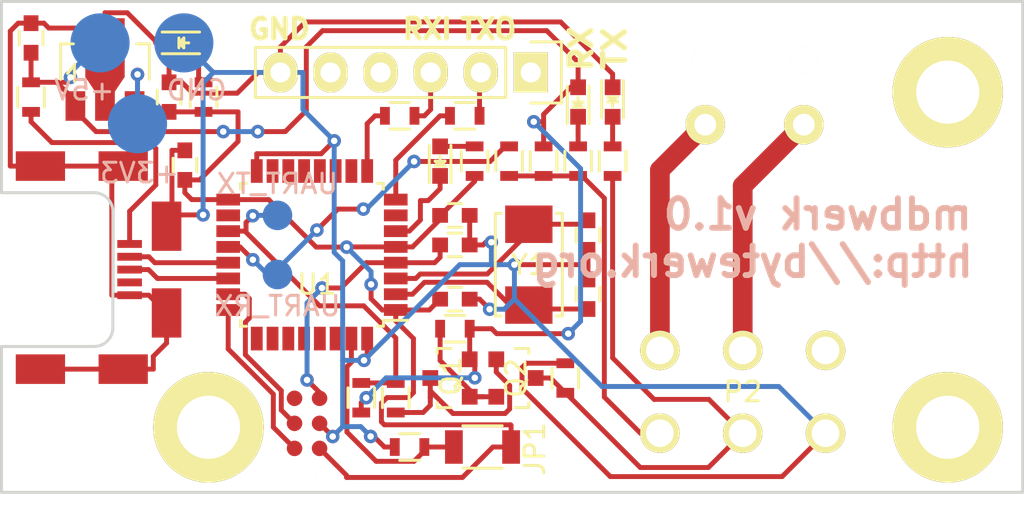
<source format=kicad_pcb>
(kicad_pcb (version 20171130) (host pcbnew "(5.1.12)-1")

  (general
    (thickness 1.6)
    (drawings 18)
    (tracks 374)
    (zones 0)
    (modules 45)
    (nets 30)
  )

  (page A4)
  (layers
    (0 F.Cu signal)
    (31 B.Cu signal)
    (32 B.Adhes user hide)
    (33 F.Adhes user hide)
    (34 B.Paste user hide)
    (35 F.Paste user hide)
    (36 B.SilkS user hide)
    (37 F.SilkS user hide)
    (38 B.Mask user hide)
    (39 F.Mask user hide)
    (40 Dwgs.User user hide)
    (41 Cmts.User user hide)
    (42 Eco1.User user hide)
    (43 Eco2.User user hide)
    (44 Edge.Cuts user)
    (45 Margin user hide)
    (46 B.CrtYd user hide)
    (47 F.CrtYd user hide)
    (48 B.Fab user hide)
    (49 F.Fab user hide)
  )

  (setup
    (last_trace_width 0.25)
    (user_trace_width 0.25)
    (user_trace_width 1)
    (trace_clearance 0.1524)
    (zone_clearance 0.2)
    (zone_45_only no)
    (trace_min 0.1524)
    (via_size 0.6858)
    (via_drill 0.3302)
    (via_min_size 0.6858)
    (via_min_drill 0.3302)
    (uvia_size 0.3)
    (uvia_drill 0.1)
    (uvias_allowed no)
    (uvia_min_size 0)
    (uvia_min_drill 0)
    (edge_width 0.15)
    (segment_width 0.2)
    (pcb_text_width 0.3)
    (pcb_text_size 1.5 1.5)
    (mod_edge_width 0.15)
    (mod_text_size 1 1)
    (mod_text_width 0.15)
    (pad_size 5.6 5.6)
    (pad_drill 3.2)
    (pad_to_mask_clearance 0.05)
    (aux_axis_origin 0 0)
    (grid_origin 113.5 87.5)
    (visible_elements 7FFFFFFF)
    (pcbplotparams
      (layerselection 0x00030_80000001)
      (usegerberextensions false)
      (usegerberattributes true)
      (usegerberadvancedattributes true)
      (creategerberjobfile true)
      (excludeedgelayer true)
      (linewidth 0.100000)
      (plotframeref false)
      (viasonmask false)
      (mode 1)
      (useauxorigin false)
      (hpglpennumber 1)
      (hpglpenspeed 20)
      (hpglpendiameter 15.000000)
      (psnegative false)
      (psa4output false)
      (plotreference true)
      (plotvalue true)
      (plotinvisibletext false)
      (padsonsilk false)
      (subtractmaskfromsilk false)
      (outputformat 1)
      (mirror false)
      (drillshape 1)
      (scaleselection 1)
      (outputdirectory ""))
  )

  (net 0 "")
  (net 1 +3V3)
  (net 2 GND)
  (net 3 "Net-(C4-Pad1)")
  (net 4 "Net-(C5-Pad1)")
  (net 5 NRST)
  (net 6 +5V)
  (net 7 "Net-(D1-Pad2)")
  (net 8 "Net-(D2-Pad2)")
  (net 9 "Net-(D2-Pad1)")
  (net 10 "Net-(D3-Pad1)")
  (net 11 "Net-(D4-Pad2)")
  (net 12 5V_USB)
  (net 13 "Net-(Q1-Pad1)")
  (net 14 "Net-(Q1-Pad3)")
  (net 15 MDB_TXO)
  (net 16 USART1_TX)
  (net 17 MDB_RXI)
  (net 18 USART1_RX)
  (net 19 USART2_TX)
  (net 20 USART2_RX)
  (net 21 USB_DM)
  (net 22 USB_DP)
  (net 23 SWDIO)
  (net 24 SWCLK)
  (net 25 "Net-(JP1-Pad2)")
  (net 26 GNDPWR)
  (net 27 +36V)
  (net 28 "Net-(R13-Pad1)")
  (net 29 "Net-(R14-Pad1)")

  (net_class Default "This is the default net class."
    (clearance 0.1524)
    (trace_width 0.25)
    (via_dia 0.6858)
    (via_drill 0.3302)
    (uvia_dia 0.3)
    (uvia_drill 0.1)
    (add_net +36V)
    (add_net +3V3)
    (add_net +5V)
    (add_net 5V_USB)
    (add_net GND)
    (add_net GNDPWR)
    (add_net MDB_RXI)
    (add_net MDB_TXO)
    (add_net NRST)
    (add_net "Net-(C4-Pad1)")
    (add_net "Net-(C5-Pad1)")
    (add_net "Net-(D1-Pad2)")
    (add_net "Net-(D2-Pad1)")
    (add_net "Net-(D2-Pad2)")
    (add_net "Net-(D3-Pad1)")
    (add_net "Net-(D4-Pad2)")
    (add_net "Net-(JP1-Pad2)")
    (add_net "Net-(Q1-Pad1)")
    (add_net "Net-(Q1-Pad3)")
    (add_net "Net-(R13-Pad1)")
    (add_net "Net-(R14-Pad1)")
    (add_net SWCLK)
    (add_net SWDIO)
    (add_net USART1_RX)
    (add_net USART1_TX)
    (add_net USART2_RX)
    (add_net USART2_TX)
    (add_net USB_DM)
    (add_net USB_DP)
  )

  (module Resistors_SMD:R_0603 (layer F.Cu) (tedit 57644D22) (tstamp 576434BE)
    (at 134.2 111.5 180)
    (descr "Resistor SMD 0603, reflow soldering, Vishay (see dcrcw.pdf)")
    (tags "resistor 0603")
    (path /576582F2)
    (attr smd)
    (fp_text reference R11 (at 0 0 180) (layer F.Fab)
      (effects (font (size 1 1) (thickness 0.15)))
    )
    (fp_text value R (at 0 1.9 180) (layer F.Fab)
      (effects (font (size 1 1) (thickness 0.15)))
    )
    (fp_line (start -0.5 -0.675) (end 0.5 -0.675) (layer F.SilkS) (width 0.15))
    (fp_line (start 0.5 0.675) (end -0.5 0.675) (layer F.SilkS) (width 0.15))
    (fp_line (start 1.3 -0.8) (end 1.3 0.8) (layer F.CrtYd) (width 0.05))
    (fp_line (start -1.3 -0.8) (end -1.3 0.8) (layer F.CrtYd) (width 0.05))
    (fp_line (start -1.3 0.8) (end 1.3 0.8) (layer F.CrtYd) (width 0.05))
    (fp_line (start -1.3 -0.8) (end 1.3 -0.8) (layer F.CrtYd) (width 0.05))
    (pad 1 smd rect (at -0.75 0 180) (size 0.5 0.9) (layers F.Cu F.Paste F.Mask)
      (net 25 "Net-(JP1-Pad2)"))
    (pad 2 smd rect (at 0.75 0 180) (size 0.5 0.9) (layers F.Cu F.Paste F.Mask)
      (net 2 GND))
    (model Resistors_SMD.3dshapes/R_0603.wrl
      (at (xyz 0 0 0))
      (scale (xyz 1 1 1))
      (rotate (xyz 0 0 0))
    )
  )

  (module Mounting_Holes:MountingHole_3.2mm_M3_DIN965_Pad (layer F.Cu) (tedit 57646F93) (tstamp 57647004)
    (at 124 110.5)
    (descr "Mounting Hole 3.2mm, M3, DIN965")
    (tags "mounting hole 3.2mm m3 din965")
    (fp_text reference REF**_3 (at 0 -3.8) (layer F.SilkS) hide
      (effects (font (size 1 1) (thickness 0.15)))
    )
    (fp_text value MountingHole_3.2mm_M3_DIN965_Pad (at 0 3.8) (layer F.Fab)
      (effects (font (size 1 1) (thickness 0.15)))
    )
    (fp_circle (center 0 0) (end 3.05 0) (layer F.CrtYd) (width 0.05))
    (fp_circle (center 0 0) (end 2.8 0) (layer Cmts.User) (width 0.15))
    (pad 1 thru_hole circle (at 0 0) (size 5.6 5.6) (drill 3.2) (layers *.Cu *.Mask F.SilkS))
  )

  (module Mounting_Holes:MountingHole_3.2mm_M3_DIN965_Pad (layer F.Cu) (tedit 57647747) (tstamp 57646F7B)
    (at 161.5 109.5)
    (descr "Mounting Hole 3.2mm, M3, DIN965")
    (tags "mounting hole 3.2mm m3 din965")
    (fp_text reference REF**_2 (at 0 -3.8) (layer F.SilkS) hide
      (effects (font (size 1 1) (thickness 0.15)))
    )
    (fp_text value MountingHole_3.2mm_M3_DIN965_Pad (at 0 3.8) (layer F.Fab)
      (effects (font (size 1 1) (thickness 0.15)))
    )
    (fp_circle (center 0 0) (end 3.05 0) (layer F.CrtYd) (width 0.05))
    (fp_circle (center 0 0) (end 2.8 0) (layer Cmts.User) (width 0.15))
    (pad 1 thru_hole circle (at 0 1) (size 5.6 5.6) (drill 3.2) (layers *.Cu *.Mask F.SilkS))
  )

  (module Capacitors_SMD:C_0603 (layer F.Cu) (tedit 5) (tstamp 57641DA5)
    (at 136.5 104)
    (descr "Capacitor SMD 0603, reflow soldering, AVX (see smccp.pdf)")
    (tags "capacitor 0603")
    (path /57642B5C)
    (attr smd)
    (fp_text reference C1 (at 0 0) (layer F.Fab)
      (effects (font (size 1 1) (thickness 0.15)))
    )
    (fp_text value 100nF (at 0 1.9) (layer F.Fab)
      (effects (font (size 1 1) (thickness 0.15)))
    )
    (fp_line (start 0.35 0.6) (end -0.35 0.6) (layer F.SilkS) (width 0.15))
    (fp_line (start -0.35 -0.6) (end 0.35 -0.6) (layer F.SilkS) (width 0.15))
    (fp_line (start 1.45 -0.75) (end 1.45 0.75) (layer F.CrtYd) (width 0.05))
    (fp_line (start -1.45 -0.75) (end -1.45 0.75) (layer F.CrtYd) (width 0.05))
    (fp_line (start -1.45 0.75) (end 1.45 0.75) (layer F.CrtYd) (width 0.05))
    (fp_line (start -1.45 -0.75) (end 1.45 -0.75) (layer F.CrtYd) (width 0.05))
    (pad 1 smd rect (at -0.75 0) (size 0.8 0.75) (layers F.Cu F.Paste F.Mask)
      (net 1 +3V3))
    (pad 2 smd rect (at 0.75 0) (size 0.8 0.75) (layers F.Cu F.Paste F.Mask)
      (net 2 GND))
    (model Capacitors_SMD.3dshapes/C_0603.wrl
      (at (xyz 0 0 0))
      (scale (xyz 1 1 1))
      (rotate (xyz 0 0 0))
    )
  )

  (module Capacitors_SMD:C_0603 (layer F.Cu) (tedit 57644ED2) (tstamp 57641DAB)
    (at 136.5 99.75)
    (descr "Capacitor SMD 0603, reflow soldering, AVX (see smccp.pdf)")
    (tags "capacitor 0603")
    (path /57642AEE)
    (attr smd)
    (fp_text reference C2 (at 0.05 0) (layer F.Fab)
      (effects (font (size 1 1) (thickness 0.15)))
    )
    (fp_text value 100nF (at 0 1.9) (layer F.Fab)
      (effects (font (size 1 1) (thickness 0.15)))
    )
    (fp_line (start 0.35 0.6) (end -0.35 0.6) (layer F.SilkS) (width 0.15))
    (fp_line (start -0.35 -0.6) (end 0.35 -0.6) (layer F.SilkS) (width 0.15))
    (fp_line (start 1.45 -0.75) (end 1.45 0.75) (layer F.CrtYd) (width 0.05))
    (fp_line (start -1.45 -0.75) (end -1.45 0.75) (layer F.CrtYd) (width 0.05))
    (fp_line (start -1.45 0.75) (end 1.45 0.75) (layer F.CrtYd) (width 0.05))
    (fp_line (start -1.45 -0.75) (end 1.45 -0.75) (layer F.CrtYd) (width 0.05))
    (pad 1 smd rect (at -0.75 0) (size 0.8 0.75) (layers F.Cu F.Paste F.Mask)
      (net 1 +3V3))
    (pad 2 smd rect (at 0.75 0) (size 0.8 0.75) (layers F.Cu F.Paste F.Mask)
      (net 2 GND))
    (model Capacitors_SMD.3dshapes/C_0603.wrl
      (at (xyz 0 0 0))
      (scale (xyz 1 1 1))
      (rotate (xyz 0 0 0))
    )
  )

  (module Capacitors_SMD:C_0603 (layer F.Cu) (tedit 5764261D) (tstamp 57641DB1)
    (at 122.8 97.2 90)
    (descr "Capacitor SMD 0603, reflow soldering, AVX (see smccp.pdf)")
    (tags "capacitor 0603")
    (path /57642FBF)
    (attr smd)
    (fp_text reference C3 (at 0 -1.9 90) (layer F.Fab)
      (effects (font (size 1 1) (thickness 0.15)))
    )
    (fp_text value 100nF (at 0 1.9 90) (layer F.Fab)
      (effects (font (size 1 1) (thickness 0.15)))
    )
    (fp_line (start 0.35 0.6) (end -0.35 0.6) (layer F.SilkS) (width 0.15))
    (fp_line (start -0.35 -0.6) (end 0.35 -0.6) (layer F.SilkS) (width 0.15))
    (fp_line (start 1.45 -0.75) (end 1.45 0.75) (layer F.CrtYd) (width 0.05))
    (fp_line (start -1.45 -0.75) (end -1.45 0.75) (layer F.CrtYd) (width 0.05))
    (fp_line (start -1.45 0.75) (end 1.45 0.75) (layer F.CrtYd) (width 0.05))
    (fp_line (start -1.45 -0.75) (end 1.45 -0.75) (layer F.CrtYd) (width 0.05))
    (pad 1 smd rect (at -0.75 0 90) (size 0.8 0.75) (layers F.Cu F.Paste F.Mask)
      (net 1 +3V3))
    (pad 2 smd rect (at 0.75 0 90) (size 0.8 0.75) (layers F.Cu F.Paste F.Mask)
      (net 2 GND))
    (model Capacitors_SMD.3dshapes/C_0603.wrl
      (at (xyz 0 0 0))
      (scale (xyz 1 1 1))
      (rotate (xyz 0 0 0))
    )
  )

  (module Capacitors_SMD:C_0603 (layer F.Cu) (tedit 5) (tstamp 57641DB7)
    (at 143.25 103.75 90)
    (descr "Capacitor SMD 0603, reflow soldering, AVX (see smccp.pdf)")
    (tags "capacitor 0603")
    (path /5764268F)
    (attr smd)
    (fp_text reference C4 (at 0 0.05 90) (layer F.Fab)
      (effects (font (size 1 1) (thickness 0.15)))
    )
    (fp_text value 18pF (at 0 1.9 90) (layer F.Fab)
      (effects (font (size 1 1) (thickness 0.15)))
    )
    (fp_line (start 0.35 0.6) (end -0.35 0.6) (layer F.SilkS) (width 0.15))
    (fp_line (start -0.35 -0.6) (end 0.35 -0.6) (layer F.SilkS) (width 0.15))
    (fp_line (start 1.45 -0.75) (end 1.45 0.75) (layer F.CrtYd) (width 0.05))
    (fp_line (start -1.45 -0.75) (end -1.45 0.75) (layer F.CrtYd) (width 0.05))
    (fp_line (start -1.45 0.75) (end 1.45 0.75) (layer F.CrtYd) (width 0.05))
    (fp_line (start -1.45 -0.75) (end 1.45 -0.75) (layer F.CrtYd) (width 0.05))
    (pad 1 smd rect (at -0.75 0 90) (size 0.8 0.75) (layers F.Cu F.Paste F.Mask)
      (net 3 "Net-(C4-Pad1)"))
    (pad 2 smd rect (at 0.75 0 90) (size 0.8 0.75) (layers F.Cu F.Paste F.Mask)
      (net 2 GND))
    (model Capacitors_SMD.3dshapes/C_0603.wrl
      (at (xyz 0 0 0))
      (scale (xyz 1 1 1))
      (rotate (xyz 0 0 0))
    )
  )

  (module Capacitors_SMD:C_0603 (layer F.Cu) (tedit 5) (tstamp 57641DBD)
    (at 143.25 100.75 270)
    (descr "Capacitor SMD 0603, reflow soldering, AVX (see smccp.pdf)")
    (tags "capacitor 0603")
    (path /576426E2)
    (attr smd)
    (fp_text reference C5 (at 0 0 270) (layer F.Fab)
      (effects (font (size 1 1) (thickness 0.15)))
    )
    (fp_text value 18pF (at 0 1.9 270) (layer F.Fab)
      (effects (font (size 1 1) (thickness 0.15)))
    )
    (fp_line (start 0.35 0.6) (end -0.35 0.6) (layer F.SilkS) (width 0.15))
    (fp_line (start -0.35 -0.6) (end 0.35 -0.6) (layer F.SilkS) (width 0.15))
    (fp_line (start 1.45 -0.75) (end 1.45 0.75) (layer F.CrtYd) (width 0.05))
    (fp_line (start -1.45 -0.75) (end -1.45 0.75) (layer F.CrtYd) (width 0.05))
    (fp_line (start -1.45 0.75) (end 1.45 0.75) (layer F.CrtYd) (width 0.05))
    (fp_line (start -1.45 -0.75) (end 1.45 -0.75) (layer F.CrtYd) (width 0.05))
    (pad 1 smd rect (at -0.75 0 270) (size 0.8 0.75) (layers F.Cu F.Paste F.Mask)
      (net 4 "Net-(C5-Pad1)"))
    (pad 2 smd rect (at 0.75 0 270) (size 0.8 0.75) (layers F.Cu F.Paste F.Mask)
      (net 2 GND))
    (model Capacitors_SMD.3dshapes/C_0603.wrl
      (at (xyz 0 0 0))
      (scale (xyz 1 1 1))
      (rotate (xyz 0 0 0))
    )
  )

  (module Capacitors_SMD:C_0603 (layer F.Cu) (tedit 57644ECA) (tstamp 57641DC3)
    (at 136.5 101.25)
    (descr "Capacitor SMD 0603, reflow soldering, AVX (see smccp.pdf)")
    (tags "capacitor 0603")
    (path /57642376)
    (attr smd)
    (fp_text reference C6 (at 0 0) (layer F.Fab)
      (effects (font (size 1 1) (thickness 0.15)))
    )
    (fp_text value 100nF (at 0 1.9) (layer F.Fab)
      (effects (font (size 1 1) (thickness 0.15)))
    )
    (fp_line (start 0.35 0.6) (end -0.35 0.6) (layer F.SilkS) (width 0.15))
    (fp_line (start -0.35 -0.6) (end 0.35 -0.6) (layer F.SilkS) (width 0.15))
    (fp_line (start 1.45 -0.75) (end 1.45 0.75) (layer F.CrtYd) (width 0.05))
    (fp_line (start -1.45 -0.75) (end -1.45 0.75) (layer F.CrtYd) (width 0.05))
    (fp_line (start -1.45 0.75) (end 1.45 0.75) (layer F.CrtYd) (width 0.05))
    (fp_line (start -1.45 -0.75) (end 1.45 -0.75) (layer F.CrtYd) (width 0.05))
    (pad 1 smd rect (at -0.75 0) (size 0.8 0.75) (layers F.Cu F.Paste F.Mask)
      (net 5 NRST))
    (pad 2 smd rect (at 0.75 0) (size 0.8 0.75) (layers F.Cu F.Paste F.Mask)
      (net 2 GND))
    (model Capacitors_SMD.3dshapes/C_0603.wrl
      (at (xyz 0 0 0))
      (scale (xyz 1 1 1))
      (rotate (xyz 0 0 0))
    )
  )

  (module Capacitors_SMD:C_0603 (layer F.Cu) (tedit 57642622) (tstamp 57641DC9)
    (at 115 90.75 90)
    (descr "Capacitor SMD 0603, reflow soldering, AVX (see smccp.pdf)")
    (tags "capacitor 0603")
    (path /576447CE)
    (attr smd)
    (fp_text reference C7 (at 0 -1.9 90) (layer F.Fab)
      (effects (font (size 1 1) (thickness 0.15)))
    )
    (fp_text value 1uF (at 0 1.9 90) (layer F.Fab)
      (effects (font (size 1 1) (thickness 0.15)))
    )
    (fp_line (start 0.35 0.6) (end -0.35 0.6) (layer F.SilkS) (width 0.15))
    (fp_line (start -0.35 -0.6) (end 0.35 -0.6) (layer F.SilkS) (width 0.15))
    (fp_line (start 1.45 -0.75) (end 1.45 0.75) (layer F.CrtYd) (width 0.05))
    (fp_line (start -1.45 -0.75) (end -1.45 0.75) (layer F.CrtYd) (width 0.05))
    (fp_line (start -1.45 0.75) (end 1.45 0.75) (layer F.CrtYd) (width 0.05))
    (fp_line (start -1.45 -0.75) (end 1.45 -0.75) (layer F.CrtYd) (width 0.05))
    (pad 1 smd rect (at -0.75 0 90) (size 0.8 0.75) (layers F.Cu F.Paste F.Mask)
      (net 6 +5V))
    (pad 2 smd rect (at 0.75 0 90) (size 0.8 0.75) (layers F.Cu F.Paste F.Mask)
      (net 2 GND))
    (model Capacitors_SMD.3dshapes/C_0603.wrl
      (at (xyz 0 0 0))
      (scale (xyz 1 1 1))
      (rotate (xyz 0 0 0))
    )
  )

  (module Capacitors_SMD:C_0603 (layer F.Cu) (tedit 57644F3B) (tstamp 57641DCF)
    (at 122 93.75 90)
    (descr "Capacitor SMD 0603, reflow soldering, AVX (see smccp.pdf)")
    (tags "capacitor 0603")
    (path /576448BB)
    (attr smd)
    (fp_text reference C8 (at 0 0 90) (layer F.Fab)
      (effects (font (size 1 1) (thickness 0.15)))
    )
    (fp_text value 1uF (at 0 1.9 90) (layer F.Fab)
      (effects (font (size 1 1) (thickness 0.15)))
    )
    (fp_line (start 0.35 0.6) (end -0.35 0.6) (layer F.SilkS) (width 0.15))
    (fp_line (start -0.35 -0.6) (end 0.35 -0.6) (layer F.SilkS) (width 0.15))
    (fp_line (start 1.45 -0.75) (end 1.45 0.75) (layer F.CrtYd) (width 0.05))
    (fp_line (start -1.45 -0.75) (end -1.45 0.75) (layer F.CrtYd) (width 0.05))
    (fp_line (start -1.45 0.75) (end 1.45 0.75) (layer F.CrtYd) (width 0.05))
    (fp_line (start -1.45 -0.75) (end 1.45 -0.75) (layer F.CrtYd) (width 0.05))
    (pad 1 smd rect (at -0.75 0 90) (size 0.8 0.75) (layers F.Cu F.Paste F.Mask)
      (net 1 +3V3))
    (pad 2 smd rect (at 0.75 0 90) (size 0.8 0.75) (layers F.Cu F.Paste F.Mask)
      (net 2 GND))
    (model Capacitors_SMD.3dshapes/C_0603.wrl
      (at (xyz 0 0 0))
      (scale (xyz 1 1 1))
      (rotate (xyz 0 0 0))
    )
  )

  (module LEDs:LED_0603 (layer F.Cu) (tedit 57644FA0) (tstamp 57641DD5)
    (at 122.75 91)
    (descr "LED 0603 smd package")
    (tags "LED led 0603 SMD smd SMT smt smdled SMDLED smtled SMTLED")
    (path /57649350)
    (attr smd)
    (fp_text reference D1 (at 0 0) (layer F.Fab)
      (effects (font (size 1 1) (thickness 0.15)))
    )
    (fp_text value red (at 0 1.5) (layer F.Fab)
      (effects (font (size 1 1) (thickness 0.15)))
    )
    (fp_line (start -1.4 -0.75) (end 1.4 -0.75) (layer F.CrtYd) (width 0.05))
    (fp_line (start -1.4 0.75) (end -1.4 -0.75) (layer F.CrtYd) (width 0.05))
    (fp_line (start 1.4 0.75) (end -1.4 0.75) (layer F.CrtYd) (width 0.05))
    (fp_line (start 1.4 -0.75) (end 1.4 0.75) (layer F.CrtYd) (width 0.05))
    (fp_line (start 0 0.25) (end -0.25 0) (layer F.SilkS) (width 0.15))
    (fp_line (start 0 -0.25) (end 0 0.25) (layer F.SilkS) (width 0.15))
    (fp_line (start -0.25 0) (end 0 -0.25) (layer F.SilkS) (width 0.15))
    (fp_line (start -0.25 -0.25) (end -0.25 0.25) (layer F.SilkS) (width 0.15))
    (fp_line (start -0.2 0) (end 0.25 0) (layer F.SilkS) (width 0.15))
    (fp_line (start -1.1 -0.55) (end 0.8 -0.55) (layer F.SilkS) (width 0.15))
    (fp_line (start -1.1 0.55) (end 0.8 0.55) (layer F.SilkS) (width 0.15))
    (pad 2 smd rect (at 0.7493 0 180) (size 0.79756 0.79756) (layers F.Cu F.Paste F.Mask)
      (net 7 "Net-(D1-Pad2)"))
    (pad 1 smd rect (at -0.7493 0 180) (size 0.79756 0.79756) (layers F.Cu F.Paste F.Mask)
      (net 2 GND))
    (model LEDs.3dshapes/LED_0603.wrl
      (at (xyz 0 0 0))
      (scale (xyz 1 1 1))
      (rotate (xyz 0 0 180))
    )
  )

  (module LEDs:LED_0603 (layer F.Cu) (tedit 57644EFC) (tstamp 57641DDB)
    (at 135.75 97 90)
    (descr "LED 0603 smd package")
    (tags "LED led 0603 SMD smd SMT smt smdled SMDLED smtled SMTLED")
    (path /5764C28A)
    (attr smd)
    (fp_text reference D2 (at 0 0 90) (layer F.Fab)
      (effects (font (size 1 1) (thickness 0.15)))
    )
    (fp_text value yellow (at 0 1.5 90) (layer F.Fab)
      (effects (font (size 1 1) (thickness 0.15)))
    )
    (fp_line (start -1.4 -0.75) (end 1.4 -0.75) (layer F.CrtYd) (width 0.05))
    (fp_line (start -1.4 0.75) (end -1.4 -0.75) (layer F.CrtYd) (width 0.05))
    (fp_line (start 1.4 0.75) (end -1.4 0.75) (layer F.CrtYd) (width 0.05))
    (fp_line (start 1.4 -0.75) (end 1.4 0.75) (layer F.CrtYd) (width 0.05))
    (fp_line (start 0 0.25) (end -0.25 0) (layer F.SilkS) (width 0.15))
    (fp_line (start 0 -0.25) (end 0 0.25) (layer F.SilkS) (width 0.15))
    (fp_line (start -0.25 0) (end 0 -0.25) (layer F.SilkS) (width 0.15))
    (fp_line (start -0.25 -0.25) (end -0.25 0.25) (layer F.SilkS) (width 0.15))
    (fp_line (start -0.2 0) (end 0.25 0) (layer F.SilkS) (width 0.15))
    (fp_line (start -1.1 -0.55) (end 0.8 -0.55) (layer F.SilkS) (width 0.15))
    (fp_line (start -1.1 0.55) (end 0.8 0.55) (layer F.SilkS) (width 0.15))
    (pad 2 smd rect (at 0.7493 0 270) (size 0.79756 0.79756) (layers F.Cu F.Paste F.Mask)
      (net 8 "Net-(D2-Pad2)"))
    (pad 1 smd rect (at -0.7493 0 270) (size 0.79756 0.79756) (layers F.Cu F.Paste F.Mask)
      (net 9 "Net-(D2-Pad1)"))
    (model LEDs.3dshapes/LED_0603.wrl
      (at (xyz 0 0 0))
      (scale (xyz 1 1 1))
      (rotate (xyz 0 0 180))
    )
  )

  (module TO_SOT_Packages_SMD:SOT-23 (layer F.Cu) (tedit 553634F8) (tstamp 57641DFC)
    (at 136.25 108 90)
    (descr "SOT-23, Standard")
    (tags SOT-23)
    (path /5764066B)
    (attr smd)
    (fp_text reference Q1 (at 0.1 0.05 90) (layer F.SilkS)
      (effects (font (size 1 1) (thickness 0.15)))
    )
    (fp_text value MMBT2907 (at 0 2.3 270) (layer F.Fab)
      (effects (font (size 1 1) (thickness 0.15)))
    )
    (fp_line (start 1.49982 -0.65024) (end 1.49982 0.0508) (layer F.SilkS) (width 0.15))
    (fp_line (start 1.29916 -0.65024) (end 1.49982 -0.65024) (layer F.SilkS) (width 0.15))
    (fp_line (start -1.49982 -0.65024) (end -1.2509 -0.65024) (layer F.SilkS) (width 0.15))
    (fp_line (start -1.49982 0.0508) (end -1.49982 -0.65024) (layer F.SilkS) (width 0.15))
    (fp_line (start 1.29916 -0.65024) (end 1.2509 -0.65024) (layer F.SilkS) (width 0.15))
    (fp_line (start -1.65 1.6) (end -1.65 -1.6) (layer F.CrtYd) (width 0.05))
    (fp_line (start 1.65 1.6) (end -1.65 1.6) (layer F.CrtYd) (width 0.05))
    (fp_line (start 1.65 -1.6) (end 1.65 1.6) (layer F.CrtYd) (width 0.05))
    (fp_line (start -1.65 -1.6) (end 1.65 -1.6) (layer F.CrtYd) (width 0.05))
    (pad 1 smd rect (at -0.95 1.00076 90) (size 0.8001 0.8001) (layers F.Cu F.Paste F.Mask)
      (net 13 "Net-(Q1-Pad1)"))
    (pad 2 smd rect (at 0.95 1.00076 90) (size 0.8001 0.8001) (layers F.Cu F.Paste F.Mask)
      (net 6 +5V))
    (pad 3 smd rect (at 0 -0.99822 90) (size 0.8001 0.8001) (layers F.Cu F.Paste F.Mask)
      (net 14 "Net-(Q1-Pad3)"))
    (model TO_SOT_Packages_SMD.3dshapes/SOT-23.wrl
      (at (xyz 0 0 0))
      (scale (xyz 1 1 1))
      (rotate (xyz 0 0 0))
    )
  )

  (module TO_SOT_Packages_SMD:SOT-23 (layer F.Cu) (tedit 553634F8) (tstamp 57641000)
    (at 139.6 108 270)
    (descr "SOT-23, Standard")
    (tags SOT-23)
    (path /5764069A)
    (attr smd)
    (fp_text reference Q2 (at 0 0 270) (layer F.SilkS)
      (effects (font (size 1 1) (thickness 0.15)))
    )
    (fp_text value MMBT2907 (at 0 2.3 270) (layer F.Fab)
      (effects (font (size 1 1) (thickness 0.15)))
    )
    (fp_line (start 1.49982 -0.65024) (end 1.49982 0.0508) (layer F.SilkS) (width 0.15))
    (fp_line (start 1.29916 -0.65024) (end 1.49982 -0.65024) (layer F.SilkS) (width 0.15))
    (fp_line (start -1.49982 -0.65024) (end -1.2509 -0.65024) (layer F.SilkS) (width 0.15))
    (fp_line (start -1.49982 0.0508) (end -1.49982 -0.65024) (layer F.SilkS) (width 0.15))
    (fp_line (start 1.29916 -0.65024) (end 1.2509 -0.65024) (layer F.SilkS) (width 0.15))
    (fp_line (start -1.65 1.6) (end -1.65 -1.6) (layer F.CrtYd) (width 0.05))
    (fp_line (start 1.65 1.6) (end -1.65 1.6) (layer F.CrtYd) (width 0.05))
    (fp_line (start 1.65 -1.6) (end 1.65 1.6) (layer F.CrtYd) (width 0.05))
    (fp_line (start -1.65 -1.6) (end 1.65 -1.6) (layer F.CrtYd) (width 0.05))
    (pad 1 smd rect (at -0.95 1.00076 270) (size 0.8001 0.8001) (layers F.Cu F.Paste F.Mask)
      (net 14 "Net-(Q1-Pad3)"))
    (pad 2 smd rect (at 0.95 1.00076 270) (size 0.8001 0.8001) (layers F.Cu F.Paste F.Mask)
      (net 13 "Net-(Q1-Pad1)"))
    (pad 3 smd rect (at 0 -0.99822 270) (size 0.8001 0.8001) (layers F.Cu F.Paste F.Mask)
      (net 15 MDB_TXO))
    (model TO_SOT_Packages_SMD.3dshapes/SOT-23.wrl
      (at (xyz 0 0 0))
      (scale (xyz 1 1 1))
      (rotate (xyz 0 0 0))
    )
  )

  (module Resistors_SMD:R_0603 (layer F.Cu) (tedit 57644F1D) (tstamp 7FFFFFFF)
    (at 123.75 93.75 90)
    (descr "Resistor SMD 0603, reflow soldering, Vishay (see dcrcw.pdf)")
    (tags "resistor 0603")
    (path /576493CD)
    (attr smd)
    (fp_text reference R1 (at 0 0 90) (layer F.Fab)
      (effects (font (size 1 1) (thickness 0.15)))
    )
    (fp_text value 1K (at 0 1.9 90) (layer F.Fab)
      (effects (font (size 1 1) (thickness 0.15)))
    )
    (fp_line (start -0.5 -0.675) (end 0.5 -0.675) (layer F.SilkS) (width 0.15))
    (fp_line (start 0.5 0.675) (end -0.5 0.675) (layer F.SilkS) (width 0.15))
    (fp_line (start 1.3 -0.8) (end 1.3 0.8) (layer F.CrtYd) (width 0.05))
    (fp_line (start -1.3 -0.8) (end -1.3 0.8) (layer F.CrtYd) (width 0.05))
    (fp_line (start -1.3 0.8) (end 1.3 0.8) (layer F.CrtYd) (width 0.05))
    (fp_line (start -1.3 -0.8) (end 1.3 -0.8) (layer F.CrtYd) (width 0.05))
    (pad 1 smd rect (at -0.75 0 90) (size 0.5 0.9) (layers F.Cu F.Paste F.Mask)
      (net 1 +3V3))
    (pad 2 smd rect (at 0.75 0 90) (size 0.5 0.9) (layers F.Cu F.Paste F.Mask)
      (net 7 "Net-(D1-Pad2)"))
    (model Resistors_SMD.3dshapes/R_0603.wrl
      (at (xyz 0 0 0))
      (scale (xyz 1 1 1))
      (rotate (xyz 0 0 0))
    )
  )

  (module Resistors_SMD:R_0603 (layer F.Cu) (tedit 57644EAF) (tstamp 57641E0F)
    (at 137.5 97 90)
    (descr "Resistor SMD 0603, reflow soldering, Vishay (see dcrcw.pdf)")
    (tags "resistor 0603")
    (path /5764C4E6)
    (attr smd)
    (fp_text reference R2 (at 0 0 90) (layer F.Fab)
      (effects (font (size 1 1) (thickness 0.15)))
    )
    (fp_text value 1K (at 0 1.9 90) (layer F.Fab)
      (effects (font (size 1 1) (thickness 0.15)))
    )
    (fp_line (start -0.5 -0.675) (end 0.5 -0.675) (layer F.SilkS) (width 0.15))
    (fp_line (start 0.5 0.675) (end -0.5 0.675) (layer F.SilkS) (width 0.15))
    (fp_line (start 1.3 -0.8) (end 1.3 0.8) (layer F.CrtYd) (width 0.05))
    (fp_line (start -1.3 -0.8) (end -1.3 0.8) (layer F.CrtYd) (width 0.05))
    (fp_line (start -1.3 0.8) (end 1.3 0.8) (layer F.CrtYd) (width 0.05))
    (fp_line (start -1.3 -0.8) (end 1.3 -0.8) (layer F.CrtYd) (width 0.05))
    (pad 1 smd rect (at -0.75 0 90) (size 0.5 0.9) (layers F.Cu F.Paste F.Mask)
      (net 1 +3V3))
    (pad 2 smd rect (at 0.75 0 90) (size 0.5 0.9) (layers F.Cu F.Paste F.Mask)
      (net 8 "Net-(D2-Pad2)"))
    (model Resistors_SMD.3dshapes/R_0603.wrl
      (at (xyz 0 0 0))
      (scale (xyz 1 1 1))
      (rotate (xyz 0 0 0))
    )
  )

  (module Resistors_SMD:R_0603 (layer F.Cu) (tedit 57644D2D) (tstamp 5)
    (at 131.75 109 90)
    (descr "Resistor SMD 0603, reflow soldering, Vishay (see dcrcw.pdf)")
    (tags "resistor 0603")
    (path /57640D38)
    (attr smd)
    (fp_text reference R3 (at 0 0 90) (layer F.Fab)
      (effects (font (size 1 1) (thickness 0.15)))
    )
    (fp_text value 1K (at 0 1.9 90) (layer F.Fab)
      (effects (font (size 1 1) (thickness 0.15)))
    )
    (fp_line (start -0.5 -0.675) (end 0.5 -0.675) (layer F.SilkS) (width 0.15))
    (fp_line (start 0.5 0.675) (end -0.5 0.675) (layer F.SilkS) (width 0.15))
    (fp_line (start 1.3 -0.8) (end 1.3 0.8) (layer F.CrtYd) (width 0.05))
    (fp_line (start -1.3 -0.8) (end -1.3 0.8) (layer F.CrtYd) (width 0.05))
    (fp_line (start -1.3 0.8) (end 1.3 0.8) (layer F.CrtYd) (width 0.05))
    (fp_line (start -1.3 -0.8) (end 1.3 -0.8) (layer F.CrtYd) (width 0.05))
    (pad 1 smd rect (at -0.75 0 90) (size 0.5 0.9) (layers F.Cu F.Paste F.Mask)
      (net 6 +5V))
    (pad 2 smd rect (at 0.75 0 90) (size 0.5 0.9) (layers F.Cu F.Paste F.Mask)
      (net 16 USART1_TX))
    (model Resistors_SMD.3dshapes/R_0603.wrl
      (at (xyz 0 0 0))
      (scale (xyz 1 1 1))
      (rotate (xyz 0 0 0))
    )
  )

  (module Resistors_SMD:R_0603 (layer F.Cu) (tedit 57644D6E) (tstamp 57641E1B)
    (at 133.5 109 90)
    (descr "Resistor SMD 0603, reflow soldering, Vishay (see dcrcw.pdf)")
    (tags "resistor 0603")
    (path /5764087E)
    (attr smd)
    (fp_text reference R4 (at 0 0.1 90) (layer F.Fab)
      (effects (font (size 1 1) (thickness 0.15)))
    )
    (fp_text value 10K (at 0 1.9 90) (layer F.Fab)
      (effects (font (size 1 1) (thickness 0.15)))
    )
    (fp_line (start -0.5 -0.675) (end 0.5 -0.675) (layer F.SilkS) (width 0.15))
    (fp_line (start 0.5 0.675) (end -0.5 0.675) (layer F.SilkS) (width 0.15))
    (fp_line (start 1.3 -0.8) (end 1.3 0.8) (layer F.CrtYd) (width 0.05))
    (fp_line (start -1.3 -0.8) (end -1.3 0.8) (layer F.CrtYd) (width 0.05))
    (fp_line (start -1.3 0.8) (end 1.3 0.8) (layer F.CrtYd) (width 0.05))
    (fp_line (start -1.3 -0.8) (end 1.3 -0.8) (layer F.CrtYd) (width 0.05))
    (pad 1 smd rect (at -0.75 0 90) (size 0.5 0.9) (layers F.Cu F.Paste F.Mask)
      (net 14 "Net-(Q1-Pad3)"))
    (pad 2 smd rect (at 0.75 0 90) (size 0.5 0.9) (layers F.Cu F.Paste F.Mask)
      (net 16 USART1_TX))
    (model Resistors_SMD.3dshapes/R_0603.wrl
      (at (xyz 0 0 0))
      (scale (xyz 1 1 1))
      (rotate (xyz 0 0 0))
    )
  )

  (module Resistors_SMD:R_0603 (layer F.Cu) (tedit 57644E8F) (tstamp 5)
    (at 139.25 97 90)
    (descr "Resistor SMD 0603, reflow soldering, Vishay (see dcrcw.pdf)")
    (tags "resistor 0603")
    (path /57640FA7)
    (attr smd)
    (fp_text reference R5 (at 0 0 90) (layer F.Fab)
      (effects (font (size 1 1) (thickness 0.15)))
    )
    (fp_text value 10K (at 0 1.9 90) (layer F.Fab)
      (effects (font (size 1 1) (thickness 0.15)))
    )
    (fp_line (start -0.5 -0.675) (end 0.5 -0.675) (layer F.SilkS) (width 0.15))
    (fp_line (start 0.5 0.675) (end -0.5 0.675) (layer F.SilkS) (width 0.15))
    (fp_line (start 1.3 -0.8) (end 1.3 0.8) (layer F.CrtYd) (width 0.05))
    (fp_line (start -1.3 -0.8) (end -1.3 0.8) (layer F.CrtYd) (width 0.05))
    (fp_line (start -1.3 0.8) (end 1.3 0.8) (layer F.CrtYd) (width 0.05))
    (fp_line (start -1.3 -0.8) (end 1.3 -0.8) (layer F.CrtYd) (width 0.05))
    (pad 1 smd rect (at -0.75 0 90) (size 0.5 0.9) (layers F.Cu F.Paste F.Mask)
      (net 17 MDB_RXI))
    (pad 2 smd rect (at 0.75 0 90) (size 0.5 0.9) (layers F.Cu F.Paste F.Mask)
      (net 18 USART1_RX))
    (model Resistors_SMD.3dshapes/R_0603.wrl
      (at (xyz 0 0 0))
      (scale (xyz 1 1 1))
      (rotate (xyz 0 0 0))
    )
  )

  (module Resistors_SMD:R_0603 (layer F.Cu) (tedit 5) (tstamp 5)
    (at 141 97 270)
    (descr "Resistor SMD 0603, reflow soldering, Vishay (see dcrcw.pdf)")
    (tags "resistor 0603")
    (path /5764101E)
    (attr smd)
    (fp_text reference R6 (at 0 0 270) (layer F.Fab)
      (effects (font (size 1 1) (thickness 0.15)))
    )
    (fp_text value 1K (at 0 1.9 270) (layer F.Fab)
      (effects (font (size 1 1) (thickness 0.15)))
    )
    (fp_line (start -0.5 -0.675) (end 0.5 -0.675) (layer F.SilkS) (width 0.15))
    (fp_line (start 0.5 0.675) (end -0.5 0.675) (layer F.SilkS) (width 0.15))
    (fp_line (start 1.3 -0.8) (end 1.3 0.8) (layer F.CrtYd) (width 0.05))
    (fp_line (start -1.3 -0.8) (end -1.3 0.8) (layer F.CrtYd) (width 0.05))
    (fp_line (start -1.3 0.8) (end 1.3 0.8) (layer F.CrtYd) (width 0.05))
    (fp_line (start -1.3 -0.8) (end 1.3 -0.8) (layer F.CrtYd) (width 0.05))
    (pad 1 smd rect (at -0.75 0 270) (size 0.5 0.9) (layers F.Cu F.Paste F.Mask)
      (net 6 +5V))
    (pad 2 smd rect (at 0.75 0 270) (size 0.5 0.9) (layers F.Cu F.Paste F.Mask)
      (net 17 MDB_RXI))
    (model Resistors_SMD.3dshapes/R_0603.wrl
      (at (xyz 0 0 0))
      (scale (xyz 1 1 1))
      (rotate (xyz 0 0 0))
    )
  )

  (module Resistors_SMD:R_0603 (layer F.Cu) (tedit 57644E7F) (tstamp 57641E2D)
    (at 142.75 97 270)
    (descr "Resistor SMD 0603, reflow soldering, Vishay (see dcrcw.pdf)")
    (tags "resistor 0603")
    (path /57645BF0)
    (attr smd)
    (fp_text reference R7 (at 0 0 270) (layer F.Fab)
      (effects (font (size 1 1) (thickness 0.15)))
    )
    (fp_text value 1K (at 0 1.9 270) (layer F.Fab)
      (effects (font (size 1 1) (thickness 0.15)))
    )
    (fp_line (start -0.5 -0.675) (end 0.5 -0.675) (layer F.SilkS) (width 0.15))
    (fp_line (start 0.5 0.675) (end -0.5 0.675) (layer F.SilkS) (width 0.15))
    (fp_line (start 1.3 -0.8) (end 1.3 0.8) (layer F.CrtYd) (width 0.05))
    (fp_line (start -1.3 -0.8) (end -1.3 0.8) (layer F.CrtYd) (width 0.05))
    (fp_line (start -1.3 0.8) (end 1.3 0.8) (layer F.CrtYd) (width 0.05))
    (fp_line (start -1.3 -0.8) (end 1.3 -0.8) (layer F.CrtYd) (width 0.05))
    (pad 1 smd rect (at -0.75 0 270) (size 0.5 0.9) (layers F.Cu F.Paste F.Mask)
      (net 10 "Net-(D3-Pad1)"))
    (pad 2 smd rect (at 0.75 0 270) (size 0.5 0.9) (layers F.Cu F.Paste F.Mask)
      (net 17 MDB_RXI))
    (model Resistors_SMD.3dshapes/R_0603.wrl
      (at (xyz 0 0 0))
      (scale (xyz 1 1 1))
      (rotate (xyz 0 0 0))
    )
  )

  (module Resistors_SMD:R_0603 (layer F.Cu) (tedit 57644D8B) (tstamp 5)
    (at 136.5 105.5 180)
    (descr "Resistor SMD 0603, reflow soldering, Vishay (see dcrcw.pdf)")
    (tags "resistor 0603")
    (path /576406CB)
    (attr smd)
    (fp_text reference R8 (at 0 0 180) (layer F.Fab)
      (effects (font (size 1 1) (thickness 0.15)))
    )
    (fp_text value 10R (at 0 1.9 180) (layer F.Fab)
      (effects (font (size 1 1) (thickness 0.15)))
    )
    (fp_line (start -0.5 -0.675) (end 0.5 -0.675) (layer F.SilkS) (width 0.15))
    (fp_line (start 0.5 0.675) (end -0.5 0.675) (layer F.SilkS) (width 0.15))
    (fp_line (start 1.3 -0.8) (end 1.3 0.8) (layer F.CrtYd) (width 0.05))
    (fp_line (start -1.3 -0.8) (end -1.3 0.8) (layer F.CrtYd) (width 0.05))
    (fp_line (start -1.3 0.8) (end 1.3 0.8) (layer F.CrtYd) (width 0.05))
    (fp_line (start -1.3 -0.8) (end 1.3 -0.8) (layer F.CrtYd) (width 0.05))
    (pad 1 smd rect (at -0.75 0 180) (size 0.5 0.9) (layers F.Cu F.Paste F.Mask)
      (net 6 +5V))
    (pad 2 smd rect (at 0.75 0 180) (size 0.5 0.9) (layers F.Cu F.Paste F.Mask)
      (net 13 "Net-(Q1-Pad1)"))
    (model Resistors_SMD.3dshapes/R_0603.wrl
      (at (xyz 0 0 0))
      (scale (xyz 1 1 1))
      (rotate (xyz 0 0 0))
    )
  )

  (module Resistors_SMD:R_0603 (layer F.Cu) (tedit 57644DAE) (tstamp 5)
    (at 142.1 108 90)
    (descr "Resistor SMD 0603, reflow soldering, Vishay (see dcrcw.pdf)")
    (tags "resistor 0603")
    (path /5764082C)
    (attr smd)
    (fp_text reference R9 (at 0 0 90) (layer F.Fab)
      (effects (font (size 1 1) (thickness 0.15)))
    )
    (fp_text value 1K (at 0 1.9 90) (layer F.Fab)
      (effects (font (size 1 1) (thickness 0.15)))
    )
    (fp_line (start -0.5 -0.675) (end 0.5 -0.675) (layer F.SilkS) (width 0.15))
    (fp_line (start 0.5 0.675) (end -0.5 0.675) (layer F.SilkS) (width 0.15))
    (fp_line (start 1.3 -0.8) (end 1.3 0.8) (layer F.CrtYd) (width 0.05))
    (fp_line (start -1.3 -0.8) (end -1.3 0.8) (layer F.CrtYd) (width 0.05))
    (fp_line (start -1.3 0.8) (end 1.3 0.8) (layer F.CrtYd) (width 0.05))
    (fp_line (start -1.3 -0.8) (end 1.3 -0.8) (layer F.CrtYd) (width 0.05))
    (pad 1 smd rect (at -0.75 0 90) (size 0.5 0.9) (layers F.Cu F.Paste F.Mask)
      (net 15 MDB_TXO))
    (pad 2 smd rect (at 0.75 0 90) (size 0.5 0.9) (layers F.Cu F.Paste F.Mask)
      (net 2 GND))
    (model Resistors_SMD.3dshapes/R_0603.wrl
      (at (xyz 0 0 0))
      (scale (xyz 1 1 1))
      (rotate (xyz 0 0 0))
    )
  )

  (module Resistors_SMD:R_0603 (layer F.Cu) (tedit 57644DB9) (tstamp 57641E3F)
    (at 144.5 97 90)
    (descr "Resistor SMD 0603, reflow soldering, Vishay (see dcrcw.pdf)")
    (tags "resistor 0603")
    (path /57645A30)
    (attr smd)
    (fp_text reference R10 (at 0 0 90) (layer F.Fab)
      (effects (font (size 1 1) (thickness 0.15)))
    )
    (fp_text value 1K (at 0 1.9 90) (layer F.Fab)
      (effects (font (size 1 1) (thickness 0.15)))
    )
    (fp_line (start -0.5 -0.675) (end 0.5 -0.675) (layer F.SilkS) (width 0.15))
    (fp_line (start 0.5 0.675) (end -0.5 0.675) (layer F.SilkS) (width 0.15))
    (fp_line (start 1.3 -0.8) (end 1.3 0.8) (layer F.CrtYd) (width 0.05))
    (fp_line (start -1.3 -0.8) (end -1.3 0.8) (layer F.CrtYd) (width 0.05))
    (fp_line (start -1.3 0.8) (end 1.3 0.8) (layer F.CrtYd) (width 0.05))
    (fp_line (start -1.3 -0.8) (end 1.3 -0.8) (layer F.CrtYd) (width 0.05))
    (pad 1 smd rect (at -0.75 0 90) (size 0.5 0.9) (layers F.Cu F.Paste F.Mask)
      (net 15 MDB_TXO))
    (pad 2 smd rect (at 0.75 0 90) (size 0.5 0.9) (layers F.Cu F.Paste F.Mask)
      (net 11 "Net-(D4-Pad2)"))
    (model Resistors_SMD.3dshapes/R_0603.wrl
      (at (xyz 0 0 0))
      (scale (xyz 1 1 1))
      (rotate (xyz 0 0 0))
    )
  )

  (module Housings_QFP:LQFP-32_7x7mm_Pitch0.8mm (layer F.Cu) (tedit 54130A77) (tstamp 5)
    (at 129.25 101.75 180)
    (descr "LQFP32: plastic low profile quad flat package; 32 leads; body 7 x 7 x 1.4 mm (see NXP sot358-1_po.pdf and sot358-1_fr.pdf)")
    (tags "QFP 0.8")
    (path /57641D6D)
    (attr smd)
    (fp_text reference U1 (at -0.25 -1.5 180) (layer F.SilkS)
      (effects (font (size 1 1) (thickness 0.15)))
    )
    (fp_text value STM32F042K6Tx (at 0 5.85 180) (layer F.Fab)
      (effects (font (size 1 1) (thickness 0.15)))
    )
    (fp_line (start -3.625 -3.325) (end -4.85 -3.325) (layer F.SilkS) (width 0.15))
    (fp_line (start 3.625 -3.625) (end 3.325 -3.625) (layer F.SilkS) (width 0.15))
    (fp_line (start 3.625 3.625) (end 3.325 3.625) (layer F.SilkS) (width 0.15))
    (fp_line (start -3.625 3.625) (end -3.325 3.625) (layer F.SilkS) (width 0.15))
    (fp_line (start -3.625 -3.625) (end -3.325 -3.625) (layer F.SilkS) (width 0.15))
    (fp_line (start -3.625 3.625) (end -3.625 3.325) (layer F.SilkS) (width 0.15))
    (fp_line (start 3.625 3.625) (end 3.625 3.325) (layer F.SilkS) (width 0.15))
    (fp_line (start 3.625 -3.625) (end 3.625 -3.325) (layer F.SilkS) (width 0.15))
    (fp_line (start -3.625 -3.625) (end -3.625 -3.325) (layer F.SilkS) (width 0.15))
    (fp_line (start -5.1 5.1) (end 5.1 5.1) (layer F.CrtYd) (width 0.05))
    (fp_line (start -5.1 -5.1) (end 5.1 -5.1) (layer F.CrtYd) (width 0.05))
    (fp_line (start 5.1 -5.1) (end 5.1 5.1) (layer F.CrtYd) (width 0.05))
    (fp_line (start -5.1 -5.1) (end -5.1 5.1) (layer F.CrtYd) (width 0.05))
    (pad 1 smd rect (at -4.25 -2.8 180) (size 1.2 0.6) (layers F.Cu F.Paste F.Mask)
      (net 1 +3V3))
    (pad 2 smd rect (at -4.25 -2 180) (size 1.2 0.6) (layers F.Cu F.Paste F.Mask)
      (net 3 "Net-(C4-Pad1)"))
    (pad 3 smd rect (at -4.25 -1.2 180) (size 1.2 0.6) (layers F.Cu F.Paste F.Mask)
      (net 4 "Net-(C5-Pad1)"))
    (pad 4 smd rect (at -4.25 -0.4 180) (size 1.2 0.6) (layers F.Cu F.Paste F.Mask)
      (net 5 NRST))
    (pad 5 smd rect (at -4.25 0.4 180) (size 1.2 0.6) (layers F.Cu F.Paste F.Mask)
      (net 1 +3V3))
    (pad 6 smd rect (at -4.25 1.2 180) (size 1.2 0.6) (layers F.Cu F.Paste F.Mask)
      (net 9 "Net-(D2-Pad1)"))
    (pad 7 smd rect (at -4.25 2 180) (size 1.2 0.6) (layers F.Cu F.Paste F.Mask))
    (pad 8 smd rect (at -4.25 2.8 180) (size 1.2 0.6) (layers F.Cu F.Paste F.Mask)
      (net 19 USART2_TX))
    (pad 9 smd rect (at -2.8 4.25 270) (size 1.2 0.6) (layers F.Cu F.Paste F.Mask)
      (net 20 USART2_RX))
    (pad 10 smd rect (at -2 4.25 270) (size 1.2 0.6) (layers F.Cu F.Paste F.Mask))
    (pad 11 smd rect (at -1.2 4.25 270) (size 1.2 0.6) (layers F.Cu F.Paste F.Mask))
    (pad 12 smd rect (at -0.4 4.25 270) (size 1.2 0.6) (layers F.Cu F.Paste F.Mask))
    (pad 13 smd rect (at 0.4 4.25 270) (size 1.2 0.6) (layers F.Cu F.Paste F.Mask))
    (pad 14 smd rect (at 1.2 4.25 270) (size 1.2 0.6) (layers F.Cu F.Paste F.Mask))
    (pad 15 smd rect (at 2 4.25 270) (size 1.2 0.6) (layers F.Cu F.Paste F.Mask))
    (pad 16 smd rect (at 2.8 4.25 270) (size 1.2 0.6) (layers F.Cu F.Paste F.Mask)
      (net 2 GND))
    (pad 17 smd rect (at 4.25 2.8 180) (size 1.2 0.6) (layers F.Cu F.Paste F.Mask)
      (net 1 +3V3))
    (pad 18 smd rect (at 4.25 2 180) (size 1.2 0.6) (layers F.Cu F.Paste F.Mask))
    (pad 19 smd rect (at 4.25 1.2 180) (size 1.2 0.6) (layers F.Cu F.Paste F.Mask)
      (net 16 USART1_TX))
    (pad 20 smd rect (at 4.25 0.4 180) (size 1.2 0.6) (layers F.Cu F.Paste F.Mask)
      (net 18 USART1_RX))
    (pad 21 smd rect (at 4.25 -0.4 180) (size 1.2 0.6) (layers F.Cu F.Paste F.Mask)
      (net 21 USB_DM))
    (pad 22 smd rect (at 4.25 -1.2 180) (size 1.2 0.6) (layers F.Cu F.Paste F.Mask)
      (net 22 USB_DP))
    (pad 23 smd rect (at 4.25 -2 180) (size 1.2 0.6) (layers F.Cu F.Paste F.Mask)
      (net 23 SWDIO))
    (pad 24 smd rect (at 4.25 -2.8 180) (size 1.2 0.6) (layers F.Cu F.Paste F.Mask)
      (net 24 SWCLK))
    (pad 25 smd rect (at 2.8 -4.25 270) (size 1.2 0.6) (layers F.Cu F.Paste F.Mask))
    (pad 26 smd rect (at 2 -4.25 270) (size 1.2 0.6) (layers F.Cu F.Paste F.Mask))
    (pad 27 smd rect (at 1.2 -4.25 270) (size 1.2 0.6) (layers F.Cu F.Paste F.Mask))
    (pad 28 smd rect (at 0.4 -4.25 270) (size 1.2 0.6) (layers F.Cu F.Paste F.Mask))
    (pad 29 smd rect (at -0.4 -4.25 270) (size 1.2 0.6) (layers F.Cu F.Paste F.Mask))
    (pad 30 smd rect (at -1.2 -4.25 270) (size 1.2 0.6) (layers F.Cu F.Paste F.Mask))
    (pad 31 smd rect (at -2 -4.25 270) (size 1.2 0.6) (layers F.Cu F.Paste F.Mask)
      (net 25 "Net-(JP1-Pad2)"))
    (pad 32 smd rect (at -2.8 -4.25 270) (size 1.2 0.6) (layers F.Cu F.Paste F.Mask)
      (net 2 GND))
    (model Housings_QFP.3dshapes/LQFP-32_7x7mm_Pitch0.8mm.wrl
      (at (xyz 0 0 0))
      (scale (xyz 1 1 1))
      (rotate (xyz 0 0 0))
    )
  )

  (module TO_SOT_Packages_SMD:SOT89-3_Housing (layer F.Cu) (tedit 57644F6A) (tstamp 57641E6C)
    (at 118.75 92.3498)
    (descr "SOT89-3, Housing,")
    (tags "SOT89-3, Housing,")
    (path /576444A1)
    (attr smd)
    (fp_text reference U2 (at 0 0.00018) (layer F.Fab)
      (effects (font (size 1 1) (thickness 0.15)))
    )
    (fp_text value MCP1754ST-3302E/MB (at -0.20066 4.59994) (layer F.Fab)
      (effects (font (size 1 1) (thickness 0.15)))
    )
    (fp_line (start 2.25044 -1.30048) (end 1.6002 -1.30048) (layer F.SilkS) (width 0.15))
    (fp_line (start 2.25044 -1.30048) (end 2.25044 0.50038) (layer F.SilkS) (width 0.15))
    (fp_line (start -2.25044 -1.30048) (end -1.6002 -1.30048) (layer F.SilkS) (width 0.15))
    (fp_line (start -2.25044 -1.30048) (end -2.25044 0.50038) (layer F.SilkS) (width 0.15))
    (fp_line (start -1.5494 -0.24892) (end -1.5494 0.59944) (layer F.SilkS) (width 0.15))
    (fp_line (start -1.651 -0.09906) (end -1.5494 -0.24892) (layer F.SilkS) (width 0.15))
    (fp_line (start -1.89992 0.20066) (end -1.651 -0.09906) (layer F.SilkS) (width 0.15))
    (pad 1 smd rect (at -1.50114 1.85166) (size 1.00076 1.50114) (layers F.Cu F.Paste F.Mask)
      (net 6 +5V))
    (pad 2 smd rect (at 0 1.85166) (size 1.00076 1.50114) (layers F.Cu F.Paste F.Mask)
      (net 2 GND))
    (pad 3 smd rect (at 1.50114 1.85166) (size 1.00076 1.50114) (layers F.Cu F.Paste F.Mask)
      (net 1 +3V3))
    (pad 2 smd rect (at 0 -1.09982) (size 1.99898 2.99974) (layers F.Cu F.Paste F.Mask)
      (net 2 GND))
    (pad 2 smd trapezoid (at 0 0.7493 180) (size 1.50114 0.7493) (rect_delta 0 0.50038 ) (layers F.Cu F.Paste F.Mask)
      (net 2 GND))
    (model TO_SOT_Packages_SMD.3dshapes/SOT89-3_Housing.wrl
      (at (xyz 0 0 0))
      (scale (xyz 0.3937 0.3937 0.3937))
      (rotate (xyz 0 0 0))
    )
  )

  (module Measurement_Points:Measurement_Point_Round-SMD-Pad_Big (layer B.Cu) (tedit 5764526F) (tstamp 5)
    (at 118.5 91)
    (descr "Mesurement Point, Round, SMD Pad, DM 3mm,")
    (tags "Mesurement Point Round SMD Pad 3mm")
    (path /5764E13A)
    (attr virtual)
    (fp_text reference W1 (at 0 0) (layer B.Fab)
      (effects (font (size 1 1) (thickness 0.15)) (justify mirror))
    )
    (fp_text value +5V (at -0.8 2.4) (layer B.SilkS)
      (effects (font (size 1 1) (thickness 0.15)) (justify mirror))
    )
    (fp_circle (center 0 0) (end 1.75 0) (layer B.CrtYd) (width 0.05))
    (pad 1 smd circle (at 0 0) (size 3 3) (layers B.Cu B.Mask)
      (net 6 +5V))
  )

  (module Measurement_Points:Measurement_Point_Round-SMD-Pad_Big (layer B.Cu) (tedit 57645291) (tstamp 5)
    (at 122.75 91)
    (descr "Mesurement Point, Round, SMD Pad, DM 3mm,")
    (tags "Mesurement Point Round SMD Pad 3mm")
    (path /5764F9DF)
    (attr virtual)
    (fp_text reference W2 (at 0 0) (layer B.Fab)
      (effects (font (size 1 1) (thickness 0.15)) (justify mirror))
    )
    (fp_text value GND (at 0.65 2.4) (layer B.SilkS)
      (effects (font (size 1 1) (thickness 0.15)) (justify mirror))
    )
    (fp_circle (center 0 0) (end 1.75 0) (layer B.CrtYd) (width 0.05))
    (pad 1 smd circle (at 0 0) (size 3 3) (layers B.Cu B.Mask)
      (net 2 GND))
  )

  (module Measurement_Points:Measurement_Point_Round-SMD-Pad_Small (layer B.Cu) (tedit 57645241) (tstamp 57641E7B)
    (at 127.5 99.75)
    (descr "Mesurement Point, Round, SMD Pad, DM 1.5mm,")
    (tags "Mesurement Point Round SMD Pad 1.5mm")
    (path /57640975)
    (attr virtual)
    (fp_text reference W3 (at 0 0) (layer B.Fab)
      (effects (font (size 1 1) (thickness 0.15)) (justify mirror))
    )
    (fp_text value UART_TX (at 0 -1.6) (layer B.SilkS)
      (effects (font (size 1 1) (thickness 0.15)) (justify mirror))
    )
    (fp_circle (center 0 0) (end 1 0) (layer B.CrtYd) (width 0.05))
    (pad 1 smd circle (at 0 0) (size 1.5 1.5) (layers B.Cu B.Mask)
      (net 16 USART1_TX))
  )

  (module Measurement_Points:Measurement_Point_Round-SMD-Pad_Small (layer B.Cu) (tedit 5764523A) (tstamp 5)
    (at 127.5 102.75)
    (descr "Mesurement Point, Round, SMD Pad, DM 1.5mm,")
    (tags "Mesurement Point Round SMD Pad 1.5mm")
    (path /576410F1)
    (attr virtual)
    (fp_text reference W4 (at 0 0) (layer B.Fab)
      (effects (font (size 1 1) (thickness 0.15)) (justify mirror))
    )
    (fp_text value UART_RX (at 0 1.6) (layer B.SilkS)
      (effects (font (size 1 1) (thickness 0.15)) (justify mirror))
    )
    (fp_circle (center 0 0) (end 1 0) (layer B.CrtYd) (width 0.05))
    (pad 1 smd circle (at 0 0) (size 1.5 1.5) (layers B.Cu B.Mask)
      (net 18 USART1_RX))
  )

  (module usb:Molex-Micro-USB-B-Middle-Mount (layer F.Cu) (tedit 576425F2) (tstamp 57641E8F)
    (at 119.125 102.5)
    (path /57648447)
    (fp_text reference X1 (at -1.625 0) (layer F.Fab)
      (effects (font (size 1 1) (thickness 0.15)))
    )
    (fp_text value USB (at -0.1 -8.2) (layer F.Fab) hide
      (effects (font (size 1 1) (thickness 0.15)))
    )
    (fp_line (start -5.6 -6.9) (end -5.6 -3.9) (layer Dwgs.User) (width 0.15))
    (fp_line (start -5.6 3.9) (end -5.6 6.9) (layer Dwgs.User) (width 0.15))
    (fp_line (start -5.6 -3.9) (end -0.8 -3.9) (layer Dwgs.User) (width 0.15))
    (fp_line (start 0 -3.1) (end 0 3.1) (layer Dwgs.User) (width 0.15))
    (fp_line (start -0.8 3.9) (end -5.6 3.9) (layer Dwgs.User) (width 0.15))
    (fp_arc (start -0.8 3.1) (end 0 3.1) (angle 90) (layer Dwgs.User) (width 0.15))
    (fp_arc (start -0.8 -3.1) (end -0.8 -3.9) (angle 90) (layer Dwgs.User) (width 0.15))
    (pad 6 smd rect (at 2.75 2.2 90) (size 2.5 1.5) (layers F.Cu F.Paste F.Mask)
      (net 2 GND))
    (pad 6 smd rect (at 2.75 -2.2 90) (size 2.5 1.5) (layers F.Cu F.Paste F.Mask)
      (net 2 GND))
    (pad 6 smd rect (at 0.55 -5.25) (size 2.5 1.5) (layers F.Cu F.Paste F.Mask)
      (net 2 GND))
    (pad 6 smd rect (at -3.65 -5.25) (size 2.5 1.5) (layers F.Cu F.Paste F.Mask)
      (net 2 GND))
    (pad 6 smd rect (at 0.55 5.05) (size 2.5 1.5) (layers F.Cu F.Paste F.Mask)
      (net 2 GND))
    (pad 5 smd rect (at 0.875 1.3) (size 1.25 0.4) (layers F.Cu F.Paste F.Mask)
      (net 2 GND))
    (pad 4 smd rect (at 0.875 0.65) (size 1.25 0.4) (layers F.Cu F.Paste F.Mask))
    (pad 1 smd rect (at 0.875 -1.3) (size 1.25 0.4) (layers F.Cu F.Paste F.Mask)
      (net 12 5V_USB))
    (pad 2 smd rect (at 0.875 -0.65) (size 1.25 0.4) (layers F.Cu F.Paste F.Mask)
      (net 21 USB_DM))
    (pad 3 smd rect (at 0.875 0) (size 1.25 0.4) (layers F.Cu F.Paste F.Mask)
      (net 22 USB_DP))
    (pad 6 smd rect (at -3.65 5.05) (size 2.5 1.5) (layers F.Cu F.Paste F.Mask)
      (net 2 GND))
    (model /home/hd/kicad/footprints/usb.pretty/molex-47491-0001.wrl
      (offset (xyz -2.031999969482422 0 0))
      (scale (xyz 0.3937 0.3937 0.3937))
      (rotate (xyz -90 0 90))
    )
  )

  (module tagconnect:TC2030-NL (layer F.Cu) (tedit 57644DFE) (tstamp 57641EAD)
    (at 129 110.3 90)
    (path /5764731E)
    (fp_text reference X4 (at 0 0.05 270) (layer F.Fab)
      (effects (font (size 1 1) (thickness 0.15)))
    )
    (fp_text value JTAG (at 0 -2.54 90) (layer F.Fab) hide
      (effects (font (size 1 1) (thickness 0.15)))
    )
    (pad "" np_thru_hole circle (at 2.54 -1.016 90) (size 0.9906 0.9906) (drill 0.9906) (layers *.Cu *.Mask F.SilkS))
    (pad "" np_thru_hole circle (at 2.54 1.016 90) (size 0.9906 0.9906) (drill 0.9906) (layers *.Cu *.Mask F.SilkS))
    (pad 5 connect circle (at 1.27 0.635 90) (size 0.7874 0.7874) (layers F.Cu F.Mask)
      (net 5 NRST))
    (pad 3 connect circle (at 0 0.635 90) (size 0.7874 0.7874) (layers F.Cu F.Mask)
      (net 2 GND))
    (pad 1 connect circle (at -1.27 0.635 90) (size 0.7874 0.7874) (layers F.Cu F.Mask)
      (net 1 +3V3))
    (pad 6 connect circle (at 1.27 -0.635 90) (size 0.7874 0.7874) (layers F.Cu F.Mask))
    (pad 2 connect circle (at -1.27 -0.635 90) (size 0.7874 0.7874) (layers F.Cu F.Mask)
      (net 24 SWCLK))
    (pad 4 connect circle (at 0 -0.635 90) (size 0.7874 0.7874) (layers F.Cu F.Mask)
      (net 23 SWDIO))
    (pad "" np_thru_hole circle (at -2.54 0 90) (size 0.9906 0.9906) (drill 0.9906) (layers *.Cu *.Mask F.SilkS))
  )

  (module Crystals:ABM3 (layer F.Cu) (tedit 56B63AB3) (tstamp 57641EB3)
    (at 140.25 102.25 90)
    (descr "Abracon Miniature Ceramic Smd Crystal http://www.abracon.com/Resonators/abm3.pdf")
    (tags "smd crystal")
    (path /576425D8)
    (attr smd)
    (fp_text reference Y1 (at 0 0 180) (layer F.SilkS)
      (effects (font (size 1 1) (thickness 0.15)))
    )
    (fp_text value 8MHz (at 0 3 90) (layer F.Fab)
      (effects (font (size 1 1) (thickness 0.15)))
    )
    (fp_line (start -2.6 1.7) (end 2.6 1.7) (layer F.SilkS) (width 0.15))
    (fp_line (start -2.6 -1.7) (end 2.6 -1.7) (layer F.SilkS) (width 0.15))
    (fp_line (start 2.6 -1.7) (end 2.6 -1.4) (layer F.SilkS) (width 0.15))
    (fp_line (start -2.6 -1.7) (end -2.6 -1.4) (layer F.SilkS) (width 0.15))
    (fp_line (start -2.6 1.7) (end -2.6 1.4) (layer F.SilkS) (width 0.15))
    (fp_line (start 2.6 1.7) (end 2.6 1.4) (layer F.SilkS) (width 0.15))
    (fp_line (start -3.5 -2.1) (end 3.5 -2.1) (layer F.CrtYd) (width 0.05))
    (fp_line (start 3.5 -2.1) (end 3.5 2.1) (layer F.CrtYd) (width 0.05))
    (fp_line (start 3.5 2.1) (end -3.5 2.1) (layer F.CrtYd) (width 0.05))
    (fp_line (start -3.5 2.1) (end -3.5 -2.1) (layer F.CrtYd) (width 0.05))
    (pad 2 smd rect (at 2.05 0 90) (size 1.9 2.4) (layers F.Cu F.Paste F.Mask)
      (net 4 "Net-(C5-Pad1)"))
    (pad 1 smd rect (at -2.05 0 90) (size 1.9 2.4) (layers F.Cu F.Paste F.Mask)
      (net 3 "Net-(C4-Pad1)"))
    (model ../../../../../home/hd/kicad/footprints/abm3.wrl
      (at (xyz 0 0 0))
      (scale (xyz 0.3937 0.3937 0.3937))
      (rotate (xyz -90 0 0))
    )
  )

  (module Resistors_SMD:R_1206 (layer F.Cu) (tedit 5415CFA7) (tstamp 576434B2)
    (at 137.9 111.5 180)
    (descr "Resistor SMD 1206, reflow soldering, Vishay (see dcrcw.pdf)")
    (tags "resistor 1206")
    (path /576583E7)
    (attr smd)
    (fp_text reference JP1 (at -2.65 -0.1 90) (layer F.SilkS)
      (effects (font (size 1 1) (thickness 0.15)))
    )
    (fp_text value Jumper_NO_Small (at 0 2.3 180) (layer F.Fab)
      (effects (font (size 1 1) (thickness 0.15)))
    )
    (fp_line (start -1 -1.075) (end 1 -1.075) (layer F.SilkS) (width 0.15))
    (fp_line (start 1 1.075) (end -1 1.075) (layer F.SilkS) (width 0.15))
    (fp_line (start 2.2 -1.2) (end 2.2 1.2) (layer F.CrtYd) (width 0.05))
    (fp_line (start -2.2 -1.2) (end -2.2 1.2) (layer F.CrtYd) (width 0.05))
    (fp_line (start -2.2 1.2) (end 2.2 1.2) (layer F.CrtYd) (width 0.05))
    (fp_line (start -2.2 -1.2) (end 2.2 -1.2) (layer F.CrtYd) (width 0.05))
    (pad 1 smd rect (at -1.45 0 180) (size 0.9 1.7) (layers F.Cu F.Paste F.Mask)
      (net 1 +3V3))
    (pad 2 smd rect (at 1.45 0 180) (size 0.9 1.7) (layers F.Cu F.Paste F.Mask)
      (net 25 "Net-(JP1-Pad2)"))
  )

  (module Resistors_SMD:R_0603 (layer F.Cu) (tedit 57644F47) (tstamp 5764358E)
    (at 115 93.75 270)
    (descr "Resistor SMD 0603, reflow soldering, Vishay (see dcrcw.pdf)")
    (tags "resistor 0603")
    (path /57659001)
    (attr smd)
    (fp_text reference R12 (at 0 0 270) (layer F.Fab)
      (effects (font (size 1 1) (thickness 0.15)))
    )
    (fp_text value 0R (at 0 1.9 270) (layer F.Fab)
      (effects (font (size 1 1) (thickness 0.15)))
    )
    (fp_line (start -0.5 -0.675) (end 0.5 -0.675) (layer F.SilkS) (width 0.15))
    (fp_line (start 0.5 0.675) (end -0.5 0.675) (layer F.SilkS) (width 0.15))
    (fp_line (start 1.3 -0.8) (end 1.3 0.8) (layer F.CrtYd) (width 0.05))
    (fp_line (start -1.3 -0.8) (end -1.3 0.8) (layer F.CrtYd) (width 0.05))
    (fp_line (start -1.3 0.8) (end 1.3 0.8) (layer F.CrtYd) (width 0.05))
    (fp_line (start -1.3 -0.8) (end 1.3 -0.8) (layer F.CrtYd) (width 0.05))
    (pad 1 smd rect (at -0.75 0 270) (size 0.5 0.9) (layers F.Cu F.Paste F.Mask)
      (net 6 +5V))
    (pad 2 smd rect (at 0.75 0 270) (size 0.5 0.9) (layers F.Cu F.Paste F.Mask)
      (net 12 5V_USB))
    (model Resistors_SMD.3dshapes/R_0603.wrl
      (at (xyz 0 0 0))
      (scale (xyz 1 1 1))
      (rotate (xyz 0 0 0))
    )
  )

  (module Pin_Headers:Pin_Header_Straight_1x06 (layer F.Cu) (tedit 57648821) (tstamp 576450D7)
    (at 140.35 92.5 270)
    (descr "Through hole pin header")
    (tags "pin header")
    (path /5764D063)
    (fp_text reference X2 (at 0 6.45) (layer F.Fab)
      (effects (font (size 1 1) (thickness 0.15)))
    )
    (fp_text value UART (at 0 -3.1 270) (layer F.Fab)
      (effects (font (size 1 1) (thickness 0.15)))
    )
    (fp_line (start -1.55 -1.55) (end 1.55 -1.55) (layer F.SilkS) (width 0.15))
    (fp_line (start -1.55 0) (end -1.55 -1.55) (layer F.SilkS) (width 0.15))
    (fp_line (start 1.27 1.27) (end -1.27 1.27) (layer F.SilkS) (width 0.15))
    (fp_line (start 1.55 -1.55) (end 1.55 0) (layer F.SilkS) (width 0.15))
    (fp_line (start -1.27 13.97) (end -1.27 1.27) (layer F.SilkS) (width 0.15))
    (fp_line (start 1.27 13.97) (end -1.27 13.97) (layer F.SilkS) (width 0.15))
    (fp_line (start 1.27 1.27) (end 1.27 13.97) (layer F.SilkS) (width 0.15))
    (fp_line (start -1.75 14.45) (end 1.75 14.45) (layer F.CrtYd) (width 0.05))
    (fp_line (start -1.75 -1.75) (end 1.75 -1.75) (layer F.CrtYd) (width 0.05))
    (fp_line (start 1.75 -1.75) (end 1.75 14.45) (layer F.CrtYd) (width 0.05))
    (fp_line (start -1.75 -1.75) (end -1.75 14.45) (layer F.CrtYd) (width 0.05))
    (pad 1 thru_hole rect (at 0 0 270) (size 2.032 1.7272) (drill 1.016) (layers *.Cu *.Mask F.SilkS))
    (pad 2 thru_hole oval (at 0 2.54 270) (size 2.032 1.7272) (drill 1.016) (layers *.Cu *.Mask F.SilkS)
      (net 28 "Net-(R13-Pad1)"))
    (pad 3 thru_hole oval (at 0 5.08 270) (size 2.032 1.7272) (drill 1.016) (layers *.Cu *.Mask F.SilkS)
      (net 29 "Net-(R14-Pad1)"))
    (pad 4 thru_hole oval (at 0 7.62 270) (size 2.032 1.7272) (drill 1.016) (layers *.Cu *.Mask F.SilkS))
    (pad 5 thru_hole oval (at 0 10.16 270) (size 2.032 1.7272) (drill 1.016) (layers *.Cu *.Mask F.SilkS))
    (pad 6 thru_hole oval (at 0 12.7 270) (size 2.032 1.7272) (drill 1.016) (layers *.Cu *.Mask F.SilkS)
      (net 2 GND))
    (model Pin_Headers.3dshapes/Pin_Header_Straight_1x06.wrl
      (offset (xyz 0 -6.349999904632568 0))
      (scale (xyz 1 1 1))
      (rotate (xyz 0 0 90))
    )
  )

  (module molex:Molex-39-28-1063 (layer F.Cu) (tedit 576470A7) (tstamp 576466F0)
    (at 151.1 108.7)
    (path /5765B50F)
    (fp_text reference P2 (at 0 0) (layer F.SilkS)
      (effects (font (size 1 1) (thickness 0.15)))
    )
    (fp_text value CONN_02X03 (at 0 -6) (layer F.Fab)
      (effects (font (size 1 1) (thickness 0.15)))
    )
    (fp_line (start 1.7 -0.4) (end -1.7 -0.4) (layer F.Fab) (width 0.15))
    (fp_line (start 1.7 -3.3) (end 1.7 -0.4) (layer F.Fab) (width 0.15))
    (fp_line (start -1.2 -3.8) (end 1.2 -3.8) (layer F.Fab) (width 0.15))
    (fp_line (start -1.7 -3.3) (end -1.2 -3.8) (layer F.Fab) (width 0.15))
    (fp_line (start -1.7 -0.4) (end -1.7 -3.3) (layer F.Fab) (width 0.15))
    (fp_line (start 1.7 -3.3) (end 1.2 -3.8) (layer F.Fab) (width 0.15))
    (fp_line (start -2.5 0.9) (end -3 0.4) (layer F.Fab) (width 0.15))
    (fp_line (start -5.9 0.9) (end -5.4 0.4) (layer F.Fab) (width 0.15))
    (fp_line (start -2.5 0.9) (end -2.5 3.8) (layer F.Fab) (width 0.15))
    (fp_line (start -2.5 3.8) (end -5.9 3.8) (layer F.Fab) (width 0.15))
    (fp_line (start -5.9 3.8) (end -5.9 0.9) (layer F.Fab) (width 0.15))
    (fp_line (start -5.4 0.4) (end -3 0.4) (layer F.Fab) (width 0.15))
    (fp_line (start 2.5 3.8) (end 2.5 0.4) (layer F.Fab) (width 0.15))
    (fp_line (start 2.5 0.4) (end 5.9 0.4) (layer F.Fab) (width 0.15))
    (fp_line (start 5.9 0.4) (end 5.9 3.8) (layer F.Fab) (width 0.15))
    (fp_line (start 5.9 3.8) (end 2.5 3.8) (layer F.Fab) (width 0.15))
    (fp_line (start 1.7 3.8) (end -1.7 3.8) (layer F.Fab) (width 0.15))
    (fp_line (start -1.7 3.8) (end -1.7 0.4) (layer F.Fab) (width 0.15))
    (fp_line (start 1.7 0.4) (end 1.7 3.8) (layer F.Fab) (width 0.15))
    (fp_line (start -1.7 0.4) (end 1.7 0.4) (layer F.Fab) (width 0.15))
    (fp_line (start -2.5 -0.4) (end -5.9 -0.4) (layer F.Fab) (width 0.15))
    (fp_line (start -5.9 -0.4) (end -5.9 -3.8) (layer F.Fab) (width 0.15))
    (fp_line (start -2.5 -3.8) (end -2.5 -0.4) (layer F.Fab) (width 0.15))
    (fp_line (start -5.9 -3.8) (end -2.5 -3.8) (layer F.Fab) (width 0.15))
    (fp_line (start -6.9 -4.8) (end 6.9 -4.8) (layer F.Fab) (width 0.15))
    (fp_line (start 6.9 -4.8) (end 6.9 4.8) (layer F.Fab) (width 0.15))
    (fp_line (start 6.9 4.8) (end -6.9 4.8) (layer F.Fab) (width 0.15))
    (fp_line (start -6.9 4.8) (end -6.9 -4.8) (layer F.Fab) (width 0.15))
    (fp_line (start -2 4.8) (end -2 6) (layer F.Fab) (width 0.15))
    (fp_line (start -2 6) (end 2 6) (layer F.Fab) (width 0.15))
    (fp_line (start 2 6) (end 2 4.8) (layer F.Fab) (width 0.15))
    (fp_line (start 3 -3.8) (end 5.4 -3.8) (layer F.Fab) (width 0.15))
    (fp_line (start 5.9 -3.3) (end 5.9 -0.4) (layer F.Fab) (width 0.15))
    (fp_line (start 5.9 -0.4) (end 2.5 -0.4) (layer F.Fab) (width 0.15))
    (fp_line (start 2.5 -0.4) (end 2.5 -3.3) (layer F.Fab) (width 0.15))
    (fp_line (start 2.5 -3.3) (end 3 -3.8) (layer F.Fab) (width 0.15))
    (fp_line (start 5.9 -3.3) (end 5.4 -3.8) (layer F.Fab) (width 0.15))
    (pad 2 thru_hole circle (at 0 -2.1) (size 2 2) (drill 1.4) (layers *.Cu *.Mask F.SilkS)
      (net 26 GNDPWR) (clearance 0.8))
    (pad 1 thru_hole circle (at -4.2 -2.1) (size 2 2) (drill 1.4) (layers *.Cu *.Mask F.SilkS)
      (net 27 +36V) (clearance 0.8))
    (pad 3 thru_hole circle (at 4.2 -2.1) (size 2 2) (drill 1.4) (layers *.Cu *.Mask F.SilkS))
    (pad 5 thru_hole circle (at 0 2.1) (size 2 2) (drill 1.4) (layers *.Cu *.Mask F.SilkS)
      (net 15 MDB_TXO))
    (pad 4 thru_hole circle (at -4.2 2.1) (size 2 2) (drill 1.4) (layers *.Cu *.Mask F.SilkS)
      (net 17 MDB_RXI))
    (pad 6 thru_hole circle (at 4.2 2.1) (size 2 2) (drill 1.4) (layers *.Cu *.Mask F.SilkS)
      (net 2 GND))
    (model ../../../../../home/hd/kicad/footprints/Molex-39-28-1063.wrl
      (at (xyz 0 0 0))
      (scale (xyz 0.3937 0.3937 0.3937))
      (rotate (xyz -90 0 180))
    )
  )

  (module te:TE-282836-2 (layer F.Cu) (tedit 57646A07) (tstamp 57646E8E)
    (at 151.7 93.5 180)
    (path /5765CCBD)
    (fp_text reference P1 (at 0 5.4 180) (layer F.SilkS)
      (effects (font (size 1 1) (thickness 0.15)))
    )
    (fp_text value CONN_01X02 (at 0 -5.4 180) (layer F.Fab)
      (effects (font (size 1 1) (thickness 0.15)))
    )
    (fp_line (start -5.25 -4.1) (end 5.25 -4.1) (layer F.Fab) (width 0.15))
    (fp_line (start 5.25 -4.1) (end 5.25 4.1) (layer F.Fab) (width 0.15))
    (fp_line (start 5.25 4.1) (end -5.25 4.1) (layer F.Fab) (width 0.15))
    (fp_line (start -5.25 4.1) (end -5.25 -4.1) (layer F.Fab) (width 0.15))
    (pad 1 thru_hole circle (at -2.5 -1.65 180) (size 2 2) (drill 1.1) (layers *.Cu *.Mask F.SilkS)
      (net 26 GNDPWR))
    (pad 2 thru_hole circle (at 2.5 -1.65 180) (size 2 2) (drill 1.1) (layers *.Cu *.Mask F.SilkS)
      (net 27 +36V))
    (pad "" np_thru_hole circle (at 2.5 1.65 180) (size 1.4 1.4) (drill 1.4) (layers *.Cu *.Mask F.SilkS))
    (pad "" np_thru_hole circle (at -2.5 1.65 180) (size 1.4 1.4) (drill 1.4) (layers *.Cu *.Mask F.SilkS))
    (model /home/hd/kicad/footprints/te-282836-2.wrl
      (offset (xyz 0 -2.539999961853027 5.333999919891357))
      (scale (xyz 0.3937 0.3937 0.3937))
      (rotate (xyz -90 0 0))
    )
  )

  (module Mounting_Holes:MountingHole_3.2mm_M3_DIN965_Pad (layer F.Cu) (tedit 57646F9F) (tstamp 57646F79)
    (at 161.5 93.5)
    (descr "Mounting Hole 3.2mm, M3, DIN965")
    (tags "mounting hole 3.2mm m3 din965")
    (fp_text reference REF** (at 0 -3.8) (layer F.SilkS) hide
      (effects (font (size 1 1) (thickness 0.15)))
    )
    (fp_text value MountingHole_3.2mm_M3_DIN965_Pad (at 0 3.8) (layer F.Fab)
      (effects (font (size 1 1) (thickness 0.15)))
    )
    (fp_circle (center 0 0) (end 3.05 0) (layer F.CrtYd) (width 0.05))
    (fp_circle (center 0 0) (end 2.8 0) (layer Cmts.User) (width 0.15))
    (pad 1 thru_hole circle (at 0 0) (size 5.6 5.6) (drill 3.2) (layers *.Cu *.Mask F.SilkS))
  )

  (module Measurement_Points:Measurement_Point_Round-SMD-Pad_Big (layer B.Cu) (tedit 57648476) (tstamp 576483FD)
    (at 120.4 95.1)
    (descr "Mesurement Point, Round, SMD Pad, DM 3mm,")
    (tags "Mesurement Point Round SMD Pad 3mm")
    (path /57668195)
    (attr virtual)
    (fp_text reference W5 (at 0 0) (layer F.Fab)
      (effects (font (size 1 1) (thickness 0.15)))
    )
    (fp_text value +3V3 (at 0.1 2.5) (layer B.SilkS)
      (effects (font (size 1 1) (thickness 0.15)) (justify mirror))
    )
    (fp_circle (center 0 0) (end 1.75 0) (layer B.CrtYd) (width 0.05))
    (pad 1 smd circle (at 0 0) (size 3 3) (layers B.Cu B.Mask)
      (net 1 +3V3))
  )

  (module LEDs:LED_0603 (layer F.Cu) (tedit 5764857B) (tstamp 5764850E)
    (at 142.75 94 90)
    (descr "LED 0603 smd package")
    (tags "LED led 0603 SMD smd SMT smt smdled SMDLED smtled SMTLED")
    (path /57645D0D)
    (attr smd)
    (fp_text reference D3 (at 2.7 0.15 90) (layer F.SilkS) hide
      (effects (font (size 1 1) (thickness 0.15)))
    )
    (fp_text value green (at 0 1.5 90) (layer F.Fab)
      (effects (font (size 1 1) (thickness 0.15)))
    )
    (fp_line (start -1.4 -0.75) (end 1.4 -0.75) (layer F.CrtYd) (width 0.05))
    (fp_line (start -1.4 0.75) (end -1.4 -0.75) (layer F.CrtYd) (width 0.05))
    (fp_line (start 1.4 0.75) (end -1.4 0.75) (layer F.CrtYd) (width 0.05))
    (fp_line (start 1.4 -0.75) (end 1.4 0.75) (layer F.CrtYd) (width 0.05))
    (fp_line (start 0 0.25) (end -0.25 0) (layer F.SilkS) (width 0.15))
    (fp_line (start 0 -0.25) (end 0 0.25) (layer F.SilkS) (width 0.15))
    (fp_line (start -0.25 0) (end 0 -0.25) (layer F.SilkS) (width 0.15))
    (fp_line (start -0.25 -0.25) (end -0.25 0.25) (layer F.SilkS) (width 0.15))
    (fp_line (start -0.2 0) (end 0.25 0) (layer F.SilkS) (width 0.15))
    (fp_line (start -1.1 -0.55) (end 0.8 -0.55) (layer F.SilkS) (width 0.15))
    (fp_line (start -1.1 0.55) (end 0.8 0.55) (layer F.SilkS) (width 0.15))
    (pad 2 smd rect (at 0.7493 0 270) (size 0.79756 0.79756) (layers F.Cu F.Paste F.Mask)
      (net 6 +5V))
    (pad 1 smd rect (at -0.7493 0 270) (size 0.79756 0.79756) (layers F.Cu F.Paste F.Mask)
      (net 10 "Net-(D3-Pad1)"))
    (model LEDs.3dshapes/LED_0603.wrl
      (at (xyz 0 0 0))
      (scale (xyz 1 1 1))
      (rotate (xyz 0 0 180))
    )
  )

  (module LEDs:LED_0603 (layer F.Cu) (tedit 5764857D) (tstamp 57648514)
    (at 144.5 94 270)
    (descr "LED 0603 smd package")
    (tags "LED led 0603 SMD smd SMT smt smdled SMDLED smtled SMTLED")
    (path /57645563)
    (attr smd)
    (fp_text reference D4 (at -2.7 0 270) (layer F.SilkS) hide
      (effects (font (size 1 1) (thickness 0.15)))
    )
    (fp_text value red (at 0 1.5 270) (layer F.Fab)
      (effects (font (size 1 1) (thickness 0.15)))
    )
    (fp_line (start -1.4 -0.75) (end 1.4 -0.75) (layer F.CrtYd) (width 0.05))
    (fp_line (start -1.4 0.75) (end -1.4 -0.75) (layer F.CrtYd) (width 0.05))
    (fp_line (start 1.4 0.75) (end -1.4 0.75) (layer F.CrtYd) (width 0.05))
    (fp_line (start 1.4 -0.75) (end 1.4 0.75) (layer F.CrtYd) (width 0.05))
    (fp_line (start 0 0.25) (end -0.25 0) (layer F.SilkS) (width 0.15))
    (fp_line (start 0 -0.25) (end 0 0.25) (layer F.SilkS) (width 0.15))
    (fp_line (start -0.25 0) (end 0 -0.25) (layer F.SilkS) (width 0.15))
    (fp_line (start -0.25 -0.25) (end -0.25 0.25) (layer F.SilkS) (width 0.15))
    (fp_line (start -0.2 0) (end 0.25 0) (layer F.SilkS) (width 0.15))
    (fp_line (start -1.1 -0.55) (end 0.8 -0.55) (layer F.SilkS) (width 0.15))
    (fp_line (start -1.1 0.55) (end 0.8 0.55) (layer F.SilkS) (width 0.15))
    (pad 2 smd rect (at 0.7493 0 90) (size 0.79756 0.79756) (layers F.Cu F.Paste F.Mask)
      (net 11 "Net-(D4-Pad2)"))
    (pad 1 smd rect (at -0.7493 0 90) (size 0.79756 0.79756) (layers F.Cu F.Paste F.Mask)
      (net 2 GND))
    (model LEDs.3dshapes/LED_0603.wrl
      (at (xyz 0 0 0))
      (scale (xyz 1 1 1))
      (rotate (xyz 0 0 180))
    )
  )

  (module Resistors_SMD:R_0603 (layer F.Cu) (tedit 57648755) (tstamp 5764858E)
    (at 137 94.7 180)
    (descr "Resistor SMD 0603, reflow soldering, Vishay (see dcrcw.pdf)")
    (tags "resistor 0603")
    (path /57665E93)
    (attr smd)
    (fp_text reference R13 (at 0 -0.1 180) (layer F.Fab)
      (effects (font (size 1 1) (thickness 0.15)))
    )
    (fp_text value 100R (at 0 1.9 180) (layer F.Fab)
      (effects (font (size 1 1) (thickness 0.15)))
    )
    (fp_line (start -0.5 -0.675) (end 0.5 -0.675) (layer F.SilkS) (width 0.15))
    (fp_line (start 0.5 0.675) (end -0.5 0.675) (layer F.SilkS) (width 0.15))
    (fp_line (start 1.3 -0.8) (end 1.3 0.8) (layer F.CrtYd) (width 0.05))
    (fp_line (start -1.3 -0.8) (end -1.3 0.8) (layer F.CrtYd) (width 0.05))
    (fp_line (start -1.3 0.8) (end 1.3 0.8) (layer F.CrtYd) (width 0.05))
    (fp_line (start -1.3 -0.8) (end 1.3 -0.8) (layer F.CrtYd) (width 0.05))
    (pad 1 smd rect (at -0.75 0 180) (size 0.5 0.9) (layers F.Cu F.Paste F.Mask)
      (net 28 "Net-(R13-Pad1)"))
    (pad 2 smd rect (at 0.75 0 180) (size 0.5 0.9) (layers F.Cu F.Paste F.Mask)
      (net 19 USART2_TX))
    (model Resistors_SMD.3dshapes/R_0603.wrl
      (at (xyz 0 0 0))
      (scale (xyz 1 1 1))
      (rotate (xyz 0 0 0))
    )
  )

  (module Resistors_SMD:R_0603 (layer F.Cu) (tedit 57648738) (tstamp 57648594)
    (at 133.7 94.7 180)
    (descr "Resistor SMD 0603, reflow soldering, Vishay (see dcrcw.pdf)")
    (tags "resistor 0603")
    (path /57665F87)
    (attr smd)
    (fp_text reference R14 (at 0 0 180) (layer F.Fab)
      (effects (font (size 1 1) (thickness 0.15)))
    )
    (fp_text value 100R (at 0 1.9 180) (layer F.Fab)
      (effects (font (size 1 1) (thickness 0.15)))
    )
    (fp_line (start -0.5 -0.675) (end 0.5 -0.675) (layer F.SilkS) (width 0.15))
    (fp_line (start 0.5 0.675) (end -0.5 0.675) (layer F.SilkS) (width 0.15))
    (fp_line (start 1.3 -0.8) (end 1.3 0.8) (layer F.CrtYd) (width 0.05))
    (fp_line (start -1.3 -0.8) (end -1.3 0.8) (layer F.CrtYd) (width 0.05))
    (fp_line (start -1.3 0.8) (end 1.3 0.8) (layer F.CrtYd) (width 0.05))
    (fp_line (start -1.3 -0.8) (end 1.3 -0.8) (layer F.CrtYd) (width 0.05))
    (pad 1 smd rect (at -0.75 0 180) (size 0.5 0.9) (layers F.Cu F.Paste F.Mask)
      (net 29 "Net-(R14-Pad1)"))
    (pad 2 smd rect (at 0.75 0 180) (size 0.5 0.9) (layers F.Cu F.Paste F.Mask)
      (net 20 USART2_RX))
    (model Resistors_SMD.3dshapes/R_0603.wrl
      (at (xyz 0 0 0))
      (scale (xyz 1 1 1))
      (rotate (xyz 0 0 0))
    )
  )

  (gr_text TXO (at 138.2 90.3) (layer F.SilkS) (tstamp 57648639)
    (effects (font (size 1 1) (thickness 0.25)))
  )
  (gr_text RXI (at 135.1 90.3) (layer F.SilkS) (tstamp 57648638)
    (effects (font (size 1 1) (thickness 0.25)))
  )
  (gr_text GND (at 127.6 90.3) (layer F.SilkS)
    (effects (font (size 1 1) (thickness 0.25)))
  )
  (gr_text TX (at 144.6 91.3 90) (layer F.SilkS) (tstamp 57648631)
    (effects (font (size 1.1 1.2) (thickness 0.275)))
  )
  (gr_text RX (at 142.9 91.3 90) (layer F.SilkS)
    (effects (font (size 1.1 1.1) (thickness 0.275)))
  )
  (gr_text "mdbwerk v1.0" (at 154.9 99.7) (layer B.SilkS)
    (effects (font (size 1.5 1.5) (thickness 0.3)) (justify mirror))
  )
  (gr_text http://bytewerk.org (at 151.6 102.1) (layer B.SilkS)
    (effects (font (size 1.5 1.5) (thickness 0.3)) (justify mirror))
  )
  (dimension 47.000426 (width 0.3) (layer Dwgs.User)
    (gr_text "47,000 mm" (at 137.054196 76.263836 359.7561896) (layer Dwgs.User)
      (effects (font (size 1.5 1.5) (thickness 0.3)))
    )
    (feature1 (pts (xy 160.5 89.1) (xy 160.559941 75.013848)))
    (feature2 (pts (xy 113.5 88.9) (xy 113.559941 74.813848)))
    (crossbar (pts (xy 113.548452 77.513824) (xy 160.548452 77.713824)))
    (arrow1a (pts (xy 160.548452 77.713824) (xy 159.419463 78.295446)))
    (arrow1b (pts (xy 160.548452 77.713824) (xy 159.424454 77.122615)))
    (arrow2a (pts (xy 113.548452 77.513824) (xy 114.67245 78.105033)))
    (arrow2b (pts (xy 113.548452 77.513824) (xy 114.677441 76.932202)))
  )
  (gr_line (start 119.15 105.45) (end 119.15 99.6) (layer Edge.Cuts) (width 0.15))
  (gr_line (start 118.15 106.4) (end 113.5 106.4) (layer Edge.Cuts) (width 0.15))
  (gr_line (start 165.3 88.9) (end 113.5 88.9) (layer Edge.Cuts) (width 0.15))
  (gr_line (start 165.3 113.8) (end 165.3 88.9) (layer Edge.Cuts) (width 0.15))
  (gr_line (start 113.5 113.8) (end 165.3 113.8) (layer Edge.Cuts) (width 0.15))
  (gr_line (start 113.5 106.4) (end 113.5 113.8) (layer Edge.Cuts) (width 0.15))
  (gr_line (start 113.5 98.6) (end 118.2 98.6) (layer Edge.Cuts) (width 0.15))
  (gr_line (start 113.5 88.9) (end 113.5 98.6) (layer Edge.Cuts) (width 0.15))
  (gr_arc (start 118.2 99.55) (end 118.2 98.6) (angle 92.6025622) (layer Edge.Cuts) (width 0.15) (tstamp 57644C0B))
  (gr_arc (start 118.2 105.45) (end 119.15 105.45) (angle 92.6025622) (layer Edge.Cuts) (width 0.15))

  (via (at 138.26246 104.51038) (size 0.6858) (drill 0.3302) (layers F.Cu B.Cu) (net 2))
  (segment (start 120.2511 94.2015) (end 120.251 94.2015) (width 0.25) (layer F.Cu) (net 1))
  (segment (start 120.251 94.2015) (end 120.4 94.0526) (width 0.25) (layer F.Cu) (net 1))
  (segment (start 120.4 94.0526) (end 120.4 92.6) (width 0.25) (layer F.Cu) (net 1))
  (segment (start 122 94.5) (end 120.55 94.5) (width 0.25) (layer F.Cu) (net 1))
  (segment (start 120.55 94.5) (end 120.2511 94.2015) (width 0.25) (layer F.Cu) (net 1))
  (segment (start 122.8 97.95) (end 122.8 97.975) (width 0.25) (layer F.Cu) (net 1))
  (segment (start 133.5 101.35) (end 134.35 101.35) (width 0.25) (layer F.Cu) (net 1))
  (segment (start 134.35 101.35) (end 135.75 99.95) (width 0.25) (layer F.Cu) (net 1))
  (segment (start 135.75 99.95) (end 135.75 99.75) (width 0.25) (layer F.Cu) (net 1))
  (segment (start 122 94.5) (end 123.75 94.5) (width 0.25) (layer F.Cu) (net 1))
  (segment (start 135.75 99.75) (end 135.775 99.75) (width 0.25) (layer F.Cu) (net 1))
  (segment (start 135.775 99.75) (end 137.5 98.025) (width 0.25) (layer F.Cu) (net 1))
  (segment (start 137.5 98.025) (end 137.5 97.75) (width 0.25) (layer F.Cu) (net 1))
  (segment (start 133.5 104.55) (end 135.2 104.55) (width 0.25) (layer F.Cu) (net 1))
  (segment (start 135.2 104.55) (end 135.75 104) (width 0.25) (layer F.Cu) (net 1))
  (segment (start 133.5 104.55) (end 132.815 104.55) (width 0.25) (layer F.Cu) (net 1))
  (segment (start 132.815 104.55) (end 132.25 103.985) (width 0.25) (layer F.Cu) (net 1))
  (segment (start 132.25 103.985) (end 132.25 103.25) (width 0.25) (layer F.Cu) (net 1))
  (segment (start 133.5 101.35) (end 131.019 101.35) (width 0.25) (layer F.Cu) (net 1))
  (segment (start 131.019 101.35) (end 131.009 101.36) (width 0.25) (layer F.Cu) (net 1))
  (segment (start 125 98.95) (end 127.054 98.95) (width 0.25) (layer F.Cu) (net 1))
  (segment (start 127.054 98.95) (end 129.465 101.36) (width 0.25) (layer F.Cu) (net 1))
  (segment (start 129.465 101.36) (end 131.009 101.36) (width 0.25) (layer F.Cu) (net 1))
  (segment (start 132.25 103.25) (end 132.25 102.602) (width 0.25) (layer B.Cu) (net 1))
  (segment (start 132.25 102.602) (end 131.352 101.703) (width 0.25) (layer B.Cu) (net 1))
  (segment (start 131.352 101.703) (end 131.009 101.36) (width 0.25) (layer B.Cu) (net 1))
  (segment (start 122.8 97.975) (end 122.8 97.95) (width 0.25) (layer F.Cu) (net 1))
  (segment (start 123.75 94.5) (end 125.5 94.5) (width 0.25) (layer F.Cu) (net 1))
  (segment (start 125.5 94.5) (end 125.5 96) (width 0.25) (layer F.Cu) (net 1))
  (segment (start 125.5 96) (end 123.55 97.95) (width 0.25) (layer F.Cu) (net 1))
  (segment (start 123.55 97.95) (end 122.8 97.95) (width 0.25) (layer F.Cu) (net 1))
  (segment (start 125 98.95) (end 123.15 98.95) (width 0.25) (layer F.Cu) (net 1))
  (segment (start 123.15 98.95) (end 122.8 98.6) (width 0.25) (layer F.Cu) (net 1))
  (segment (start 122.8 98.6) (end 122.8 97.975) (width 0.25) (layer F.Cu) (net 1))
  (segment (start 133.5 104.55) (end 133.5 105.1) (width 0.25) (layer F.Cu) (net 1))
  (segment (start 133.5 105.1) (end 134.398 105.998) (width 0.25) (layer F.Cu) (net 1))
  (segment (start 134.398 105.998) (end 134.398 108.743) (width 0.25) (layer F.Cu) (net 1))
  (segment (start 134.398 108.743) (end 134.149 108.992) (width 0.25) (layer F.Cu) (net 1))
  (segment (start 134.149 108.992) (end 133.059 108.992) (width 0.25) (layer F.Cu) (net 1))
  (segment (start 133.059 108.992) (end 132.773 109.278) (width 0.25) (layer F.Cu) (net 1))
  (segment (start 132.773 109.278) (end 132.773 110.222) (width 0.25) (layer F.Cu) (net 1))
  (segment (start 132.773 110.222) (end 132.923 110.373) (width 0.25) (layer F.Cu) (net 1))
  (segment (start 132.923 110.373) (end 139.323 110.373) (width 0.25) (layer F.Cu) (net 1))
  (segment (start 139.323 110.373) (end 139.35 110.4) (width 0.25) (layer F.Cu) (net 1))
  (segment (start 139.35 110.4) (end 139.35 111.5) (width 0.25) (layer F.Cu) (net 1))
  (segment (start 129.635 111.57) (end 131.005 112.94) (width 0.25) (layer F.Cu) (net 1))
  (segment (start 131.005 112.94) (end 131.005 113.045) (width 0.25) (layer F.Cu) (net 1))
  (segment (start 131.005 113.045) (end 136.884 113.045) (width 0.25) (layer F.Cu) (net 1))
  (segment (start 136.884 113.045) (end 138.429 111.5) (width 0.25) (layer F.Cu) (net 1))
  (segment (start 138.429 111.5) (end 139.35 111.5) (width 0.25) (layer F.Cu) (net 1))
  (segment (start 120.4 95.1) (end 120.4 92.6) (width 0.25) (layer B.Cu) (net 1))
  (via (at 132.25 103.25) (size 0.6858) (layers F.Cu B.Cu) (net 1))
  (via (at 131.009 101.36) (size 0.6858) (layers F.Cu B.Cu) (net 1))
  (via (at 120.4 92.6) (size 0.6858) (layers F.Cu B.Cu) (net 1))
  (segment (start 138.35 102.25) (end 139.5198 102.25) (width 0.25) (layer B.Cu) (net 2))
  (segment (start 131.8904 107.104) (end 136.7444 102.25) (width 0.25) (layer B.Cu) (net 2))
  (segment (start 136.7444 102.25) (end 138.35 102.25) (width 0.25) (layer B.Cu) (net 2))
  (segment (start 138.35 102.25) (end 138.35 101.1124) (width 0.25) (layer B.Cu) (net 2))
  (segment (start 137.25 101.25) (end 137.9275 101.25) (width 0.25) (layer F.Cu) (net 2))
  (segment (start 138.35 101.1124) (end 138.0651 101.1124) (width 0.25) (layer F.Cu) (net 2))
  (segment (start 138.0651 101.1124) (end 137.9275 101.25) (width 0.25) (layer F.Cu) (net 2))
  (segment (start 155.3 110.8) (end 152.9307 108.4307) (width 0.25) (layer B.Cu) (net 2))
  (segment (start 152.9307 108.4307) (end 143.9578 108.4307) (width 0.25) (layer B.Cu) (net 2))
  (segment (start 143.9578 108.4307) (end 139.5198 103.9927) (width 0.25) (layer B.Cu) (net 2))
  (segment (start 139.5198 103.9927) (end 139.5198 102.25) (width 0.25) (layer B.Cu) (net 2))
  (segment (start 137.25 101.25) (end 137.25 99.75) (width 0.25) (layer F.Cu) (net 2))
  (segment (start 122.1475 99.7256) (end 123.7273 99.7256) (width 0.25) (layer F.Cu) (net 2))
  (segment (start 121.875 100.3) (end 121.875 99.9981) (width 0.25) (layer F.Cu) (net 2))
  (segment (start 121.875 99.9981) (end 122.1475 99.7256) (width 0.25) (layer F.Cu) (net 2))
  (segment (start 122.1475 99.7256) (end 122.1475 96.45) (width 0.25) (layer F.Cu) (net 2))
  (segment (start 124.25 92.5) (end 123.7273 93.0227) (width 0.25) (layer B.Cu) (net 2))
  (segment (start 123.7273 93.0227) (end 123.7273 99.7256) (width 0.25) (layer B.Cu) (net 2))
  (segment (start 124.25 92.5) (end 122.75 91) (width 0.25) (layer B.Cu) (net 2))
  (segment (start 127.65 92.5) (end 124.25 92.5) (width 0.25) (layer B.Cu) (net 2))
  (segment (start 143.25 102.25) (end 139.5198 102.25) (width 0.25) (layer F.Cu) (net 2))
  (segment (start 143.25 102.25) (end 143.25 103) (width 0.25) (layer F.Cu) (net 2))
  (segment (start 143.25 101.5) (end 143.25 102.25) (width 0.25) (layer F.Cu) (net 2))
  (segment (start 130.8061 110.4645) (end 130.3028 110.9678) (width 0.25) (layer B.Cu) (net 2))
  (segment (start 130.8061 107.104) (end 130.8061 110.4645) (width 0.25) (layer B.Cu) (net 2))
  (segment (start 130.8061 110.4645) (end 131.7253 110.4645) (width 0.25) (layer B.Cu) (net 2))
  (segment (start 131.7253 110.4645) (end 132.2251 110.9643) (width 0.25) (layer B.Cu) (net 2))
  (segment (start 133.45 111.5) (end 132.9225 111.5) (width 0.25) (layer F.Cu) (net 2))
  (segment (start 132.2251 110.9643) (end 132.3868 110.9643) (width 0.25) (layer F.Cu) (net 2))
  (segment (start 132.3868 110.9643) (end 132.9225 111.5) (width 0.25) (layer F.Cu) (net 2))
  (segment (start 122.0007 91) (end 122.0007 91.6763) (width 0.25) (layer F.Cu) (net 2))
  (segment (start 122.3263 93) (end 122.0008 92.6745) (width 0.25) (layer F.Cu) (net 2))
  (segment (start 122.0008 92.6745) (end 122.0008 91.6763) (width 0.25) (layer F.Cu) (net 2))
  (segment (start 122.0008 91.6763) (end 122.0007 91.6763) (width 0.25) (layer F.Cu) (net 2))
  (segment (start 122.3263 93) (end 122.6525 93) (width 0.25) (layer F.Cu) (net 2))
  (segment (start 122 93) (end 122.3263 93) (width 0.25) (layer F.Cu) (net 2))
  (segment (start 115 90) (end 115.6525 90) (width 0.25) (layer F.Cu) (net 2))
  (segment (start 118.75 90.2482) (end 115.9007 90.2482) (width 0.25) (layer F.Cu) (net 2))
  (segment (start 115.9007 90.2482) (end 115.6525 90) (width 0.25) (layer F.Cu) (net 2))
  (segment (start 118.75 90.2482) (end 118.75 89.4726) (width 0.25) (layer F.Cu) (net 2))
  (segment (start 118.75 91.25) (end 118.75 90.2482) (width 0.25) (layer F.Cu) (net 2))
  (segment (start 127.65 92.5) (end 127.65 91.2065) (width 0.25) (layer F.Cu) (net 2))
  (segment (start 144.5 93.2507) (end 144.5 92.5744) (width 0.25) (layer F.Cu) (net 2))
  (segment (start 144.5 92.5744) (end 141.8636 89.938) (width 0.25) (layer F.Cu) (net 2))
  (segment (start 141.8636 89.938) (end 128.9185 89.938) (width 0.25) (layer F.Cu) (net 2))
  (segment (start 128.9185 89.938) (end 127.65 91.2065) (width 0.25) (layer F.Cu) (net 2))
  (segment (start 126.45 97.5) (end 126.45 96.6225) (width 0.25) (layer F.Cu) (net 2))
  (segment (start 126.45 96.6225) (end 129.7234 96.6225) (width 0.25) (layer F.Cu) (net 2))
  (segment (start 129.7234 96.6225) (end 130.3773 95.9686) (width 0.25) (layer F.Cu) (net 2))
  (segment (start 130.3773 95.9686) (end 130.3773 101.6278) (width 0.25) (layer B.Cu) (net 2))
  (segment (start 130.3773 101.6278) (end 130.8061 102.0566) (width 0.25) (layer B.Cu) (net 2))
  (segment (start 130.8061 102.0566) (end 130.8061 107.104) (width 0.25) (layer B.Cu) (net 2))
  (segment (start 128.7911 92.5) (end 128.7911 94.3824) (width 0.25) (layer B.Cu) (net 2))
  (segment (start 128.7911 94.3824) (end 130.3773 95.9686) (width 0.25) (layer B.Cu) (net 2))
  (segment (start 132.05 106.8775) (end 132.05 106.9444) (width 0.25) (layer F.Cu) (net 2))
  (segment (start 132.05 106.9444) (end 131.8904 107.104) (width 0.25) (layer F.Cu) (net 2))
  (segment (start 130.8061 107.104) (end 131.8904 107.104) (width 0.25) (layer B.Cu) (net 2))
  (segment (start 132.05 106) (end 132.05 106.8775) (width 0.25) (layer F.Cu) (net 2))
  (segment (start 118.75 93.0991) (end 118.75 91.25) (width 0.25) (layer F.Cu) (net 2))
  (segment (start 118.75 94.2015) (end 118.75 93.0991) (width 0.25) (layer F.Cu) (net 2))
  (segment (start 122.0007 91) (end 121.3244 91) (width 0.25) (layer F.Cu) (net 2))
  (segment (start 118.75 89.4726) (end 119.8815 89.4726) (width 0.25) (layer F.Cu) (net 2))
  (segment (start 119.8815 89.4726) (end 121.3244 90.9155) (width 0.25) (layer F.Cu) (net 2))
  (segment (start 121.3244 90.9155) (end 121.3244 91) (width 0.25) (layer F.Cu) (net 2))
  (segment (start 127.65 92.5) (end 126.5089 92.5) (width 0.25) (layer F.Cu) (net 2))
  (segment (start 126.5089 92.5) (end 125.4559 93.553) (width 0.25) (layer F.Cu) (net 2))
  (segment (start 125.4559 93.553) (end 123.2055 93.553) (width 0.25) (layer F.Cu) (net 2))
  (segment (start 123.2055 93.553) (end 122.6525 93) (width 0.25) (layer F.Cu) (net 2))
  (segment (start 115.475 97.25) (end 113.9475 97.25) (width 0.25) (layer F.Cu) (net 2))
  (segment (start 113.9475 97.25) (end 113.9475 90.4) (width 0.25) (layer F.Cu) (net 2))
  (segment (start 113.9475 90.4) (end 114.3475 90) (width 0.25) (layer F.Cu) (net 2))
  (segment (start 119.0975 97.25) (end 115.475 97.25) (width 0.25) (layer F.Cu) (net 2))
  (segment (start 115 90) (end 114.3475 90) (width 0.25) (layer F.Cu) (net 2))
  (segment (start 122.8 96.45) (end 122.1475 96.45) (width 0.25) (layer F.Cu) (net 2))
  (segment (start 119.0975 97.25) (end 119.675 97.25) (width 0.25) (layer F.Cu) (net 2))
  (segment (start 119.0975 97.25) (end 119.0975 103.8) (width 0.25) (layer F.Cu) (net 2))
  (segment (start 120 103.8) (end 119.0975 103.8) (width 0.25) (layer F.Cu) (net 2))
  (segment (start 119.675 107.55) (end 121.2025 107.55) (width 0.25) (layer F.Cu) (net 2))
  (segment (start 121.2025 107.55) (end 121.2025 106.9) (width 0.25) (layer F.Cu) (net 2))
  (segment (start 121.2025 106.9) (end 121.875 106.2275) (width 0.25) (layer F.Cu) (net 2))
  (segment (start 115.475 107.55) (end 119.675 107.55) (width 0.25) (layer F.Cu) (net 2))
  (segment (start 121.875 104.7) (end 121.875 106.2275) (width 0.25) (layer F.Cu) (net 2))
  (segment (start 120 103.8) (end 120.975 103.8) (width 0.25) (layer F.Cu) (net 2))
  (segment (start 120.975 103.8) (end 121.875 104.7) (width 0.25) (layer F.Cu) (net 2))
  (segment (start 129.635 110.3) (end 130.3028 110.9678) (width 0.25) (layer F.Cu) (net 2))
  (segment (start 127.65 92.5) (end 128.7911 92.5) (width 0.25) (layer B.Cu) (net 2))
  (segment (start 155.3 110.8) (end 153.1 113) (width 0.25) (layer F.Cu) (net 2))
  (segment (start 153.1 113) (end 144.3837 113) (width 0.25) (layer F.Cu) (net 2))
  (segment (start 144.3837 113) (end 139.9061 108.5224) (width 0.25) (layer F.Cu) (net 2))
  (segment (start 139.9061 108.5224) (end 139.9061 107.4686) (width 0.25) (layer F.Cu) (net 2))
  (segment (start 139.9061 107.4686) (end 140.1247 107.25) (width 0.25) (layer F.Cu) (net 2))
  (segment (start 140.1247 107.25) (end 142.1 107.25) (width 0.25) (layer F.Cu) (net 2))
  (via (at 138.35 101.1124) (size 0.6858) (layers F.Cu B.Cu) (net 2))
  (via (at 123.7273 99.7256) (size 0.6858) (layers F.Cu B.Cu) (net 2))
  (via (at 139.5198 102.25) (size 0.6858) (layers F.Cu B.Cu) (net 2))
  (via (at 132.2251 110.9643) (size 0.6858) (layers F.Cu B.Cu) (net 2))
  (via (at 130.3773 95.9686) (size 0.6858) (layers F.Cu B.Cu) (net 2))
  (via (at 131.8904 107.104) (size 0.6858) (layers F.Cu B.Cu) (net 2))
  (via (at 130.3028 110.9678) (size 0.6858) (layers F.Cu B.Cu) (net 2))
  (segment (start 137.75208 104) (end 138.26246 104.51038) (width 0.25) (layer F.Cu) (net 2))
  (segment (start 137.25 104) (end 137.75208 104) (width 0.25) (layer F.Cu) (net 2))
  (segment (start 139.00212 104.51038) (end 139.5198 103.9927) (width 0.25) (layer B.Cu) (net 2))
  (segment (start 138.26246 104.51038) (end 139.00212 104.51038) (width 0.25) (layer B.Cu) (net 2))
  (segment (start 143.25 104.5) (end 140.45 104.5) (width 0.25) (layer F.Cu) (net 3))
  (segment (start 140.45 104.5) (end 140.25 104.3) (width 0.25) (layer F.Cu) (net 3))
  (segment (start 133.5 103.75) (end 134.35 103.75) (width 0.25) (layer F.Cu) (net 3))
  (segment (start 134.35 103.75) (end 134.955 103.145) (width 0.25) (layer F.Cu) (net 3))
  (segment (start 134.955 103.145) (end 138.133 103.145) (width 0.25) (layer F.Cu) (net 3))
  (segment (start 138.133 103.145) (end 139.288 104.3) (width 0.25) (layer F.Cu) (net 3))
  (segment (start 139.288 104.3) (end 140.25 104.3) (width 0.25) (layer F.Cu) (net 3))
  (segment (start 140.25 100.2) (end 143.05 100.2) (width 0.25) (layer F.Cu) (net 4))
  (segment (start 143.05 100.2) (end 143.25 100) (width 0.25) (layer F.Cu) (net 4))
  (segment (start 133.5 102.95) (end 134.514 102.95) (width 0.25) (layer F.Cu) (net 4))
  (segment (start 134.514 102.95) (end 134.738 102.726) (width 0.25) (layer F.Cu) (net 4))
  (segment (start 134.738 102.726) (end 138.138 102.726) (width 0.25) (layer F.Cu) (net 4))
  (segment (start 138.138 102.726) (end 140.25 100.614) (width 0.25) (layer F.Cu) (net 4))
  (segment (start 140.25 100.614) (end 140.25 100.2) (width 0.25) (layer F.Cu) (net 4))
  (segment (start 133.5 102.15) (end 135.475 102.15) (width 0.25) (layer F.Cu) (net 5))
  (segment (start 135.475 102.15) (end 135.75 101.875) (width 0.25) (layer F.Cu) (net 5))
  (segment (start 135.75 101.875) (end 135.75 101.25) (width 0.25) (layer F.Cu) (net 5))
  (segment (start 129.635 109.03) (end 129.635 108.735) (width 0.25) (layer F.Cu) (net 5))
  (segment (start 129.635 108.735) (end 129 108.1) (width 0.25) (layer F.Cu) (net 5))
  (segment (start 133.5 102.15) (end 132.007 102.15) (width 0.25) (layer F.Cu) (net 5))
  (segment (start 132.007 102.15) (end 130.724 103.433) (width 0.25) (layer F.Cu) (net 5))
  (segment (start 130.724 103.433) (end 129.758 103.433) (width 0.25) (layer F.Cu) (net 5))
  (segment (start 129 108.1) (end 129 104.192) (width 0.25) (layer B.Cu) (net 5))
  (segment (start 129 104.192) (end 129.415 103.776) (width 0.25) (layer B.Cu) (net 5))
  (segment (start 129.415 103.776) (end 129.758 103.433) (width 0.25) (layer B.Cu) (net 5))
  (via (at 129 108.1) (size 0.6858) (layers F.Cu B.Cu) (net 5))
  (via (at 129.758 103.433) (size 0.6858) (layers F.Cu B.Cu) (net 5))
  (segment (start 137.3805 107.18) (end 137.2508 107.0503) (width 0.25) (layer F.Cu) (net 6))
  (segment (start 137.2508 107.0503) (end 137.2508 107.05) (width 0.25) (layer F.Cu) (net 6))
  (segment (start 137.3805 107.18) (end 137.251 107.05) (width 0.25) (layer F.Cu) (net 6))
  (segment (start 137.251 107.05) (end 137.251 105.501) (width 0.25) (layer F.Cu) (net 6))
  (segment (start 137.251 105.501) (end 137.25 105.5) (width 0.25) (layer F.Cu) (net 6))
  (segment (start 137.51 107.99) (end 137.51 107.31) (width 0.25) (layer F.Cu) (net 6))
  (segment (start 137.51 107.31) (end 137.3805 107.18) (width 0.25) (layer F.Cu) (net 6))
  (segment (start 117.249 94.2015) (end 117.249 94.4517) (width 0.25) (layer F.Cu) (net 6))
  (segment (start 117.249 94.4517) (end 118.297 95.5) (width 0.25) (layer F.Cu) (net 6))
  (segment (start 118.297 95.5) (end 124.75 95.5) (width 0.25) (layer F.Cu) (net 6))
  (segment (start 116.298 93) (end 117.249 93.9513) (width 0.25) (layer F.Cu) (net 6))
  (segment (start 117.249 93.9513) (end 117.249 94.2015) (width 0.25) (layer F.Cu) (net 6))
  (segment (start 117.249 94.2015) (end 117.2489 94.2015) (width 0.25) (layer F.Cu) (net 6))
  (segment (start 115 93) (end 116.298 93) (width 0.25) (layer F.Cu) (net 6))
  (segment (start 115 93) (end 115 91.5) (width 0.25) (layer F.Cu) (net 6))
  (segment (start 131.75 109.75) (end 131.75 109.25) (width 0.25) (layer F.Cu) (net 6))
  (segment (start 131.75 109.25) (end 132 109) (width 0.25) (layer F.Cu) (net 6))
  (segment (start 132 109) (end 133.01 107.99) (width 0.25) (layer B.Cu) (net 6))
  (segment (start 133.01 107.99) (end 137.51 107.99) (width 0.25) (layer B.Cu) (net 6))
  (segment (start 140.5 95) (end 141 95) (width 0.25) (layer F.Cu) (net 6))
  (segment (start 141 96.25) (end 141 95) (width 0.25) (layer F.Cu) (net 6))
  (segment (start 124.75 95.5) (end 126.5 95.5) (width 0.25) (layer B.Cu) (net 6))
  (segment (start 116.298 93) (end 116.75 93) (width 0.25) (layer F.Cu) (net 6))
  (segment (start 116.75 93) (end 117 92.75) (width 0.25) (layer F.Cu) (net 6))
  (segment (start 117 92.75) (end 117 92.5) (width 0.25) (layer B.Cu) (net 6))
  (segment (start 117 92.5) (end 118.5 91) (width 0.25) (layer B.Cu) (net 6))
  (segment (start 142.25 105.75) (end 142.875 105.125) (width 0.25) (layer B.Cu) (net 6))
  (segment (start 142.875 105.125) (end 142.875 97.375) (width 0.25) (layer B.Cu) (net 6))
  (segment (start 142.875 97.375) (end 140.5 95) (width 0.25) (layer B.Cu) (net 6))
  (segment (start 126.5 95.5) (end 127.898 95.5) (width 0.25) (layer F.Cu) (net 6))
  (segment (start 127.898 95.5) (end 128.964 94.434) (width 0.25) (layer F.Cu) (net 6))
  (segment (start 128.964 94.434) (end 128.964 91.2012) (width 0.25) (layer F.Cu) (net 6))
  (segment (start 128.964 91.2012) (end 129.785 90.3806) (width 0.25) (layer F.Cu) (net 6))
  (segment (start 129.785 90.3806) (end 141.157 90.3806) (width 0.25) (layer F.Cu) (net 6))
  (segment (start 141.157 90.3806) (end 142.75 91.9739) (width 0.25) (layer F.Cu) (net 6))
  (segment (start 142.75 91.9739) (end 142.75 93.2507) (width 0.25) (layer F.Cu) (net 6))
  (segment (start 142.25 105.75) (end 138.616 105.75) (width 0.25) (layer F.Cu) (net 6))
  (segment (start 138.616 105.75) (end 138.366 105.5) (width 0.25) (layer F.Cu) (net 6))
  (segment (start 138.366 105.5) (end 137.25 105.5) (width 0.25) (layer F.Cu) (net 6))
  (segment (start 141 95) (end 141 94.6262) (width 0.25) (layer F.Cu) (net 6))
  (segment (start 141 94.6262) (end 142.375 93.2507) (width 0.25) (layer F.Cu) (net 6))
  (segment (start 142.375 93.2507) (end 142.75 93.2507) (width 0.25) (layer F.Cu) (net 6))
  (via (at 137.51 107.99) (size 0.6858) (layers F.Cu B.Cu) (net 6))
  (via (at 140.5 95) (size 0.6858) (layers F.Cu B.Cu) (net 6))
  (via (at 124.75 95.5) (size 0.6858) (layers F.Cu B.Cu) (net 6))
  (via (at 126.5 95.5) (size 0.6858) (layers F.Cu B.Cu) (net 6))
  (via (at 117 92.75) (size 0.6858) (layers F.Cu B.Cu) (net 6))
  (via (at 142.25 105.75) (size 0.6858) (layers F.Cu B.Cu) (net 6))
  (via (at 132 109) (size 0.6858) (layers F.Cu B.Cu) (net 6))
  (segment (start 123.499 91.8746) (end 123.4993 91.8743) (width 0.25) (layer F.Cu) (net 7))
  (segment (start 123.4993 91.8743) (end 123.4993 91) (width 0.25) (layer F.Cu) (net 7))
  (segment (start 123.499 91.8746) (end 123.499 92.7493) (width 0.25) (layer F.Cu) (net 7))
  (segment (start 123.499 92.7493) (end 123.75 93) (width 0.25) (layer F.Cu) (net 7))
  (segment (start 123.499 91) (end 123.499 91.8746) (width 0.25) (layer F.Cu) (net 7))
  (segment (start 137.5 96.25) (end 135.751 96.25) (width 0.25) (layer F.Cu) (net 8))
  (segment (start 135.751 96.25) (end 135.75 96.2507) (width 0.25) (layer F.Cu) (net 8))
  (segment (start 133.5 100.55) (end 134.185 100.55) (width 0.25) (layer F.Cu) (net 9))
  (segment (start 134.185 100.55) (end 134.75 99.985) (width 0.25) (layer F.Cu) (net 9))
  (segment (start 134.75 99.985) (end 134.75 99) (width 0.25) (layer F.Cu) (net 9))
  (segment (start 134.75 99) (end 135.148 99) (width 0.25) (layer F.Cu) (net 9))
  (segment (start 135.148 99) (end 135.75 98.3981) (width 0.25) (layer F.Cu) (net 9))
  (segment (start 135.75 98.3981) (end 135.75 97.7493) (width 0.25) (layer F.Cu) (net 9))
  (segment (start 142.75 96.25) (end 142.75 94.7493) (width 0.25) (layer F.Cu) (net 10))
  (segment (start 144.5 96.25) (end 144.5 94.7493) (width 0.25) (layer F.Cu) (net 11))
  (segment (start 120 101.2) (end 120 99.5399) (width 0.25) (layer F.Cu) (net 12))
  (segment (start 120 99.5399) (end 121.327 98.2134) (width 0.25) (layer F.Cu) (net 12))
  (segment (start 121.327 98.2134) (end 121.327 96.3586) (width 0.25) (layer F.Cu) (net 12))
  (segment (start 121.327 96.3586) (end 121.025 96.0567) (width 0.25) (layer F.Cu) (net 12))
  (segment (start 121.025 96.0567) (end 116.057 96.0567) (width 0.25) (layer F.Cu) (net 12))
  (segment (start 116.057 96.0567) (end 115 95) (width 0.25) (layer F.Cu) (net 12))
  (segment (start 115 95) (end 115 94.5) (width 0.25) (layer F.Cu) (net 12))
  (segment (start 137.925 108.95) (end 137.251 108.95) (width 0.25) (layer F.Cu) (net 13))
  (segment (start 137.251 108.95) (end 137.251 108.614) (width 0.25) (layer F.Cu) (net 13))
  (segment (start 137.251 108.614) (end 135.75 107.113) (width 0.25) (layer F.Cu) (net 13))
  (segment (start 135.75 107.113) (end 135.75 105.5) (width 0.25) (layer F.Cu) (net 13))
  (segment (start 138.599 108.95) (end 137.925 108.95) (width 0.25) (layer F.Cu) (net 13))
  (segment (start 137.925 108.95) (end 137.2508 108.95) (width 0.25) (layer F.Cu) (net 13))
  (segment (start 138.599 108.95) (end 138.5992 108.95) (width 0.25) (layer F.Cu) (net 13))
  (segment (start 135.252 109.0175) (end 135.2518 109.0173) (width 0.25) (layer F.Cu) (net 14))
  (segment (start 135.2518 109.0173) (end 135.2518 108) (width 0.25) (layer F.Cu) (net 14))
  (segment (start 135.252 109.0175) (end 135.252 108.65) (width 0.25) (layer F.Cu) (net 14))
  (segment (start 135.252 108.65) (end 136.402 109.8) (width 0.25) (layer F.Cu) (net 14))
  (segment (start 136.402 109.8) (end 139.049 109.8) (width 0.25) (layer F.Cu) (net 14))
  (segment (start 139.049 109.8) (end 139.277 109.572) (width 0.25) (layer F.Cu) (net 14))
  (segment (start 139.277 109.572) (end 139.277 108.378) (width 0.25) (layer F.Cu) (net 14))
  (segment (start 139.277 108.378) (end 138.599 107.7) (width 0.25) (layer F.Cu) (net 14))
  (segment (start 138.599 107.7) (end 138.599 107.375) (width 0.25) (layer F.Cu) (net 14))
  (segment (start 134.152 109.75) (end 134.887 109.75) (width 0.25) (layer F.Cu) (net 14))
  (segment (start 134.887 109.75) (end 135.252 109.385) (width 0.25) (layer F.Cu) (net 14))
  (segment (start 135.252 109.385) (end 135.252 109.0175) (width 0.25) (layer F.Cu) (net 14))
  (segment (start 138.599 107.375) (end 138.5992 107.3748) (width 0.25) (layer F.Cu) (net 14))
  (segment (start 138.5992 107.3748) (end 138.5992 107.05) (width 0.25) (layer F.Cu) (net 14))
  (segment (start 138.599 107.375) (end 138.599 107.05) (width 0.25) (layer F.Cu) (net 14))
  (segment (start 134.152 109.75) (end 133.5 109.75) (width 0.25) (layer F.Cu) (net 14))
  (segment (start 134.152 109.75) (end 133.5 109.75) (width 0.25) (layer F.Cu) (net 14))
  (segment (start 140.5982 108) (end 141.35 108) (width 0.25) (layer F.Cu) (net 15))
  (segment (start 141.35 108) (end 142.1 108.75) (width 0.25) (layer F.Cu) (net 15))
  (segment (start 140.598 108) (end 140.5982 108) (width 0.25) (layer F.Cu) (net 15))
  (segment (start 142.1 108.75) (end 142.114 108.75) (width 0.25) (layer F.Cu) (net 15))
  (segment (start 142.114 108.75) (end 145.904 112.54) (width 0.25) (layer F.Cu) (net 15))
  (segment (start 145.904 112.54) (end 149.36 112.54) (width 0.25) (layer F.Cu) (net 15))
  (segment (start 149.36 112.54) (end 151.1 110.8) (width 0.25) (layer F.Cu) (net 15))
  (segment (start 144.5 97.75) (end 144.5 106.978) (width 0.25) (layer F.Cu) (net 15))
  (segment (start 144.5 106.978) (end 146.607 109.084) (width 0.25) (layer F.Cu) (net 15))
  (segment (start 146.607 109.084) (end 149.384 109.084) (width 0.25) (layer F.Cu) (net 15))
  (segment (start 149.384 109.084) (end 151.1 110.8) (width 0.25) (layer F.Cu) (net 15))
  (segment (start 133.5 108.25) (end 131.75 108.25) (width 0.25) (layer F.Cu) (net 16))
  (segment (start 133.5 108.25) (end 133.5 105.965) (width 0.25) (layer F.Cu) (net 16))
  (segment (start 133.5 105.965) (end 131.874 104.339) (width 0.25) (layer F.Cu) (net 16))
  (segment (start 131.874 104.339) (end 129.639 104.339) (width 0.25) (layer F.Cu) (net 16))
  (segment (start 129.639 104.339) (end 125.85 100.55) (width 0.25) (layer F.Cu) (net 16))
  (segment (start 125 100.55) (end 125.85 100.55) (width 0.25) (layer F.Cu) (net 16))
  (segment (start 125.85 100.55) (end 125.905 100.495) (width 0.25) (layer F.Cu) (net 16))
  (segment (start 125.905 100.495) (end 125.905 100.111) (width 0.25) (layer F.Cu) (net 16))
  (segment (start 125.905 100.111) (end 126.248 99.7678) (width 0.25) (layer F.Cu) (net 16))
  (segment (start 127.5 99.75) (end 126.265 99.75) (width 0.25) (layer B.Cu) (net 16))
  (segment (start 126.265 99.75) (end 126.248 99.7678) (width 0.25) (layer B.Cu) (net 16))
  (via (at 126.248 99.7678) (size 0.6858) (layers F.Cu B.Cu) (net 16))
  (segment (start 141 97.75) (end 139.25 97.75) (width 0.25) (layer F.Cu) (net 17))
  (segment (start 141 97.75) (end 142.75 97.75) (width 0.25) (layer F.Cu) (net 17))
  (segment (start 146.9 110.8) (end 146.897 110.803) (width 0.25) (layer F.Cu) (net 17))
  (segment (start 146.9 110.8) (end 146.899 110.799) (width 0.25) (layer F.Cu) (net 17))
  (segment (start 146.899 110.799) (end 145.911 110.799) (width 0.25) (layer F.Cu) (net 17))
  (segment (start 145.911 110.799) (end 144.081 108.969) (width 0.25) (layer F.Cu) (net 17))
  (segment (start 144.081 108.969) (end 144.081 98.8805) (width 0.25) (layer F.Cu) (net 17))
  (segment (start 144.081 98.8805) (end 142.95 97.75) (width 0.25) (layer F.Cu) (net 17))
  (segment (start 142.95 97.75) (end 142.75 97.75) (width 0.25) (layer F.Cu) (net 17))
  (segment (start 125 101.35) (end 125.6 101.35) (width 0.25) (layer F.Cu) (net 18))
  (segment (start 125.6 101.35) (end 126.25 102) (width 0.25) (layer F.Cu) (net 18))
  (segment (start 127.5 102.75) (end 127 102.75) (width 0.25) (layer B.Cu) (net 18))
  (segment (start 127 102.75) (end 126.25 102) (width 0.25) (layer B.Cu) (net 18))
  (segment (start 139.25 96.25) (end 139.05 96.25) (width 0.25) (layer F.Cu) (net 18))
  (segment (start 139.05 96.25) (end 138.284 97.0157) (width 0.25) (layer F.Cu) (net 18))
  (segment (start 138.284 97.0157) (end 134.429 97.0157) (width 0.25) (layer F.Cu) (net 18))
  (segment (start 134.429 97.0157) (end 132.013 99.4317) (width 0.25) (layer B.Cu) (net 18))
  (segment (start 132.013 99.4317) (end 131.856 99.4317) (width 0.25) (layer B.Cu) (net 18))
  (segment (start 129.5 100.496) (end 130.564 99.4317) (width 0.25) (layer F.Cu) (net 18))
  (segment (start 130.564 99.4317) (end 131.856 99.4317) (width 0.25) (layer F.Cu) (net 18))
  (segment (start 127.5 102.75) (end 127.5 102.492) (width 0.25) (layer B.Cu) (net 18))
  (segment (start 127.5 102.492) (end 129.496 100.496) (width 0.25) (layer B.Cu) (net 18))
  (segment (start 129.496 100.496) (end 129.5 100.496) (width 0.25) (layer B.Cu) (net 18))
  (via (at 126.25 102) (size 0.6858) (layers F.Cu B.Cu) (net 18))
  (via (at 129.5 100.496) (size 0.6858) (layers F.Cu B.Cu) (net 18))
  (via (at 134.429 97.0157) (size 0.6858) (layers F.Cu B.Cu) (net 18))
  (via (at 131.856 99.4317) (size 0.6858) (layers F.Cu B.Cu) (net 18))
  (segment (start 133.5 98.95) (end 133.5 96.95) (width 0.25) (layer F.Cu) (net 19))
  (segment (start 133.5 96.95) (end 135.75 94.7) (width 0.25) (layer F.Cu) (net 19))
  (segment (start 135.75 94.7) (end 136.25 94.7) (width 0.25) (layer F.Cu) (net 19))
  (segment (start 132.05 97.5) (end 132.05 95.1) (width 0.25) (layer F.Cu) (net 20))
  (segment (start 132.05 95.1) (end 132.45 94.7) (width 0.25) (layer F.Cu) (net 20))
  (segment (start 132.45 94.7) (end 132.95 94.7) (width 0.25) (layer F.Cu) (net 20))
  (segment (start 125 102.15) (end 121.276 102.15) (width 0.25) (layer F.Cu) (net 21))
  (segment (start 121.276 102.15) (end 120.976 101.85) (width 0.25) (layer F.Cu) (net 21))
  (segment (start 120.976 101.85) (end 120 101.85) (width 0.25) (layer F.Cu) (net 21))
  (segment (start 125 102.95) (end 121.41 102.95) (width 0.25) (layer F.Cu) (net 22))
  (segment (start 121.41 102.95) (end 120.96 102.5) (width 0.25) (layer F.Cu) (net 22))
  (segment (start 120.96 102.5) (end 120 102.5) (width 0.25) (layer F.Cu) (net 22))
  (segment (start 125 103.75) (end 125.85 103.75) (width 0.25) (layer F.Cu) (net 23))
  (segment (start 125.85 103.75) (end 126.071 103.971) (width 0.25) (layer F.Cu) (net 23))
  (segment (start 126.071 103.971) (end 126.071 104.964) (width 0.25) (layer F.Cu) (net 23))
  (segment (start 126.071 104.964) (end 125.873 105.162) (width 0.25) (layer F.Cu) (net 23))
  (segment (start 125.873 105.162) (end 125.873 106.818) (width 0.25) (layer F.Cu) (net 23))
  (segment (start 125.873 106.818) (end 127.694 108.639) (width 0.25) (layer F.Cu) (net 23))
  (segment (start 127.694 108.639) (end 127.694 109.629) (width 0.25) (layer F.Cu) (net 23))
  (segment (start 127.694 109.629) (end 128.365 110.3) (width 0.25) (layer F.Cu) (net 23))
  (segment (start 128.365 111.57) (end 127.291 110.496) (width 0.25) (layer F.Cu) (net 24))
  (segment (start 127.291 110.496) (end 127.291 108.82) (width 0.25) (layer F.Cu) (net 24))
  (segment (start 127.291 108.82) (end 125 106.529) (width 0.25) (layer F.Cu) (net 24))
  (segment (start 125 106.529) (end 125 104.55) (width 0.25) (layer F.Cu) (net 24))
  (segment (start 134.95 111.5) (end 134.95 111.7) (width 0.25) (layer F.Cu) (net 25))
  (segment (start 134.95 111.7) (end 134.423 112.227) (width 0.25) (layer F.Cu) (net 25))
  (segment (start 134.423 112.227) (end 132.509 112.227) (width 0.25) (layer F.Cu) (net 25))
  (segment (start 132.509 112.227) (end 131.023 110.741) (width 0.25) (layer F.Cu) (net 25))
  (segment (start 131.023 110.741) (end 131.023 107.427) (width 0.25) (layer F.Cu) (net 25))
  (segment (start 131.023 107.427) (end 131.25 107.2) (width 0.25) (layer F.Cu) (net 25))
  (segment (start 131.25 107.2) (end 131.25 106) (width 0.25) (layer F.Cu) (net 25))
  (segment (start 134.95 111.5) (end 136.45 111.5) (width 0.25) (layer F.Cu) (net 25))
  (segment (start 151.1 106.6) (end 151.1 98.25) (width 1) (layer F.Cu) (net 26))
  (segment (start 151.1 98.25) (end 154.2 95.15) (width 1) (layer F.Cu) (net 26))
  (segment (start 146.9 106.6) (end 146.9 97.45) (width 1) (layer F.Cu) (net 27))
  (segment (start 146.9 97.45) (end 149.2 95.15) (width 1) (layer F.Cu) (net 27))
  (segment (start 137.81 92.6524) (end 137.81 92.5) (width 0.25) (layer F.Cu) (net 28))
  (segment (start 137.75 94.7) (end 137.75 92.56) (width 0.25) (layer F.Cu) (net 28))
  (segment (start 137.75 92.56) (end 137.81 92.5) (width 0.25) (layer F.Cu) (net 28))
  (segment (start 135.27 93.2544) (end 135.27 94.38) (width 0.25) (layer F.Cu) (net 29))
  (segment (start 135.27 94.38) (end 134.95 94.7) (width 0.25) (layer F.Cu) (net 29))
  (segment (start 134.95 94.7) (end 134.45 94.7) (width 0.25) (layer F.Cu) (net 29))
  (segment (start 135.27 92.5) (end 135.27 93.2544) (width 0.25) (layer F.Cu) (net 29))
  (segment (start 135.27 93.2544) (end 135.27 92.5) (width 0.25) (layer F.Cu) (net 29))

)

</source>
